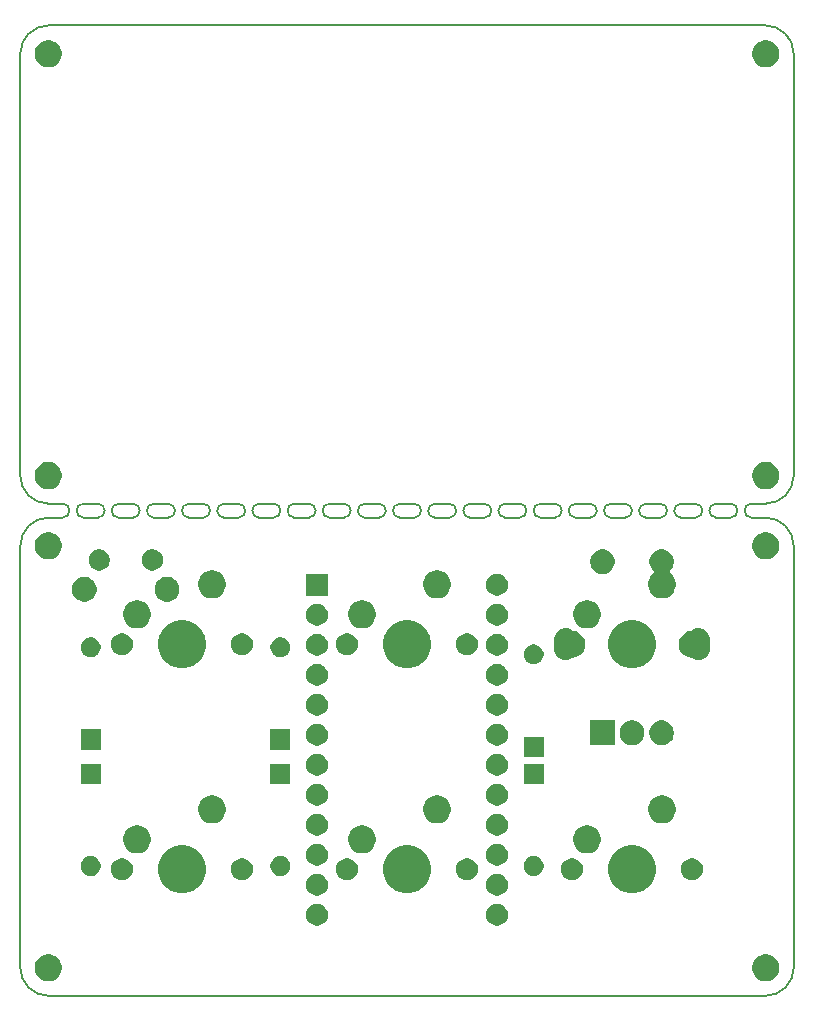
<source format=gbr>
%TF.GenerationSoftware,KiCad,Pcbnew,(5.0.1)-3*%
%TF.CreationDate,2018-12-08T15:20:53+01:00*%
%TF.ProjectId,SamplrPad,53616D706C725061642E6B696361645F,rev?*%
%TF.SameCoordinates,Original*%
%TF.FileFunction,Soldermask,Bot*%
%TF.FilePolarity,Negative*%
%FSLAX46Y46*%
G04 Gerber Fmt 4.6, Leading zero omitted, Abs format (unit mm)*
G04 Created by KiCad (PCBNEW (5.0.1)-3) date 8/12/2018 15:20:53*
%MOMM*%
%LPD*%
G01*
G04 APERTURE LIST*
%ADD10C,0.150000*%
G04 APERTURE END LIST*
D10*
X141089189Y-57745369D02*
X142279815Y-57745369D01*
X141089189Y-56554743D02*
X142279815Y-56554743D01*
X81557889Y-57745369D02*
X82748515Y-57745369D01*
X81557889Y-56554743D02*
X82748515Y-56554743D01*
X138112624Y-56554743D02*
X139303250Y-56554743D01*
X135136059Y-56554743D02*
X136326685Y-56554743D01*
X141089189Y-57745369D02*
G75*
G02X141089189Y-56554743I0J595313D01*
G01*
X139303250Y-56554743D02*
G75*
G02X139303250Y-57745369I0J-595313D01*
G01*
X138112624Y-57745369D02*
X139303250Y-57745369D01*
X138112624Y-57745369D02*
G75*
G02X138112624Y-56554743I0J595313D01*
G01*
X136326685Y-56554743D02*
G75*
G02X136326685Y-57745369I0J-595313D01*
G01*
X132159494Y-56554743D02*
X133350120Y-56554743D01*
X135136059Y-57745369D02*
X136326685Y-57745369D01*
X135136059Y-57745369D02*
G75*
G02X135136059Y-56554743I0J595313D01*
G01*
X133350120Y-56554743D02*
G75*
G02X133350120Y-57745369I0J-595313D01*
G01*
X129182929Y-56554743D02*
X130373555Y-56554743D01*
X132159494Y-57745369D02*
X133350120Y-57745369D01*
X132159494Y-57745369D02*
G75*
G02X132159494Y-56554743I0J595313D01*
G01*
X130373555Y-56554743D02*
G75*
G02X130373555Y-57745369I0J-595313D01*
G01*
X126206364Y-56554743D02*
X127396990Y-56554743D01*
X129182929Y-57745369D02*
X130373555Y-57745369D01*
X129182929Y-57745369D02*
G75*
G02X129182929Y-56554743I0J595313D01*
G01*
X127396990Y-56554743D02*
G75*
G02X127396990Y-57745369I0J-595313D01*
G01*
X123229799Y-56554743D02*
X124420425Y-56554743D01*
X126206364Y-57745369D02*
X127396990Y-57745369D01*
X126206364Y-57745369D02*
G75*
G02X126206364Y-56554743I0J595313D01*
G01*
X124420425Y-56554743D02*
G75*
G02X124420425Y-57745369I0J-595313D01*
G01*
X120253234Y-56554743D02*
X121443860Y-56554743D01*
X123229799Y-57745369D02*
X124420425Y-57745369D01*
X123229799Y-57745369D02*
G75*
G02X123229799Y-56554743I0J595313D01*
G01*
X121443860Y-56554743D02*
G75*
G02X121443860Y-57745369I0J-595313D01*
G01*
X117276669Y-56554743D02*
X118467295Y-56554743D01*
X120253234Y-57745369D02*
X121443860Y-57745369D01*
X120253234Y-57745369D02*
G75*
G02X120253234Y-56554743I0J595313D01*
G01*
X118467295Y-56554743D02*
G75*
G02X118467295Y-57745369I0J-595313D01*
G01*
X114300104Y-56554743D02*
X115490730Y-56554743D01*
X117276669Y-57745369D02*
X118467295Y-57745369D01*
X117276669Y-57745369D02*
G75*
G02X117276669Y-56554743I0J595313D01*
G01*
X115490730Y-56554743D02*
G75*
G02X115490730Y-57745369I0J-595313D01*
G01*
X111323539Y-56554743D02*
X112514165Y-56554743D01*
X114300104Y-57745369D02*
X115490730Y-57745369D01*
X114300104Y-57745369D02*
G75*
G02X114300104Y-56554743I0J595313D01*
G01*
X112514165Y-56554743D02*
G75*
G02X112514165Y-57745369I0J-595313D01*
G01*
X108346974Y-56554743D02*
X109537600Y-56554743D01*
X111323539Y-57745369D02*
X112514165Y-57745369D01*
X111323539Y-57745369D02*
G75*
G02X111323539Y-56554743I0J595313D01*
G01*
X109537600Y-56554743D02*
G75*
G02X109537600Y-57745369I0J-595313D01*
G01*
X105370409Y-56554743D02*
X106561035Y-56554743D01*
X108346974Y-57745369D02*
X109537600Y-57745369D01*
X108346974Y-57745369D02*
G75*
G02X108346974Y-56554743I0J595313D01*
G01*
X106561035Y-56554743D02*
G75*
G02X106561035Y-57745369I0J-595313D01*
G01*
X102393844Y-56554743D02*
X103584470Y-56554743D01*
X105370409Y-57745369D02*
X106561035Y-57745369D01*
X105370409Y-57745369D02*
G75*
G02X105370409Y-56554743I0J595313D01*
G01*
X103584470Y-56554743D02*
G75*
G02X103584470Y-57745369I0J-595313D01*
G01*
X99417279Y-56554743D02*
X100607905Y-56554743D01*
X102393844Y-57745369D02*
X103584470Y-57745369D01*
X102393844Y-57745369D02*
G75*
G02X102393844Y-56554743I0J595313D01*
G01*
X100607905Y-56554743D02*
G75*
G02X100607905Y-57745369I0J-595313D01*
G01*
X96440714Y-56554743D02*
X97631340Y-56554743D01*
X99417279Y-57745369D02*
X100607905Y-57745369D01*
X99417279Y-57745369D02*
G75*
G02X99417279Y-56554743I0J595313D01*
G01*
X97631340Y-56554743D02*
G75*
G02X97631340Y-57745369I0J-595313D01*
G01*
X93464149Y-56554743D02*
X94654775Y-56554743D01*
X96440714Y-57745369D02*
X97631340Y-57745369D01*
X96440714Y-57745369D02*
G75*
G02X96440714Y-56554743I0J595313D01*
G01*
X94654775Y-56554743D02*
G75*
G02X94654775Y-57745369I0J-595313D01*
G01*
X90487584Y-56554743D02*
X91678210Y-56554743D01*
X93464149Y-57745369D02*
X94654775Y-57745369D01*
X93464149Y-57745369D02*
G75*
G02X93464149Y-56554743I0J595313D01*
G01*
X91678210Y-56554743D02*
G75*
G02X91678210Y-57745369I0J-595313D01*
G01*
X87511019Y-56554743D02*
X88701645Y-56554743D01*
X90487584Y-57745369D02*
X91678210Y-57745369D01*
X90487584Y-57745369D02*
G75*
G02X90487584Y-56554743I0J595313D01*
G01*
X88701645Y-56554743D02*
G75*
G02X88701645Y-57745369I0J-595313D01*
G01*
X84534454Y-56554743D02*
X85725080Y-56554743D01*
X87511019Y-57745369D02*
X88701645Y-57745369D01*
X87511019Y-57745369D02*
G75*
G02X87511019Y-56554743I0J595313D01*
G01*
X85725080Y-56554743D02*
G75*
G02X85725080Y-57745369I0J-595313D01*
G01*
X84534454Y-57745369D02*
X85725080Y-57745369D01*
X84534454Y-57745369D02*
G75*
G02X84534454Y-56554743I0J595313D01*
G01*
X82748515Y-56554743D02*
G75*
G02X82748515Y-57745369I0J-595313D01*
G01*
X142279815Y-16073459D02*
G75*
G02X144661067Y-18454711I0J-2381252D01*
G01*
X144661067Y-54173491D02*
G75*
G02X142279815Y-56554743I-2381252J0D01*
G01*
X81557889Y-56554743D02*
G75*
G02X79176637Y-54173491I0J2381252D01*
G01*
X79176637Y-18454711D02*
G75*
G02X81557889Y-16073459I2381252J0D01*
G01*
X144661067Y-18454711D02*
X144661067Y-54173491D01*
X142279815Y-98226653D02*
X81557889Y-98226653D01*
X79176637Y-54173491D02*
X79176637Y-18454711D01*
X79176637Y-60126621D02*
G75*
G02X81557889Y-57745369I2381252J0D01*
G01*
X142279815Y-57745369D02*
G75*
G02X144661067Y-60126621I0J-2381252D01*
G01*
X144661067Y-95845401D02*
G75*
G02X142279815Y-98226653I-2381252J0D01*
G01*
X81557889Y-98226653D02*
G75*
G02X79176637Y-95845401I0J2381252D01*
G01*
X144661067Y-60126621D02*
X144661067Y-95845401D01*
X81557889Y-16073459D02*
X142279815Y-16073459D01*
X79176637Y-95845401D02*
X79176637Y-60126621D01*
G36*
X142615549Y-94738633D02*
X142825017Y-94825397D01*
X143013538Y-94951363D01*
X143173853Y-95111678D01*
X143299819Y-95300199D01*
X143386583Y-95509667D01*
X143430815Y-95732036D01*
X143430815Y-95958766D01*
X143386583Y-96181135D01*
X143299819Y-96390603D01*
X143173853Y-96579124D01*
X143013538Y-96739439D01*
X142825017Y-96865405D01*
X142615549Y-96952169D01*
X142393180Y-96996401D01*
X142166450Y-96996401D01*
X141944081Y-96952169D01*
X141734613Y-96865405D01*
X141546092Y-96739439D01*
X141385777Y-96579124D01*
X141259811Y-96390603D01*
X141173047Y-96181135D01*
X141128815Y-95958766D01*
X141128815Y-95732036D01*
X141173047Y-95509667D01*
X141259811Y-95300199D01*
X141385777Y-95111678D01*
X141546092Y-94951363D01*
X141734613Y-94825397D01*
X141944081Y-94738633D01*
X142166450Y-94694401D01*
X142393180Y-94694401D01*
X142615549Y-94738633D01*
X142615549Y-94738633D01*
G37*
G36*
X81893623Y-94738633D02*
X82103091Y-94825397D01*
X82291612Y-94951363D01*
X82451927Y-95111678D01*
X82577893Y-95300199D01*
X82664657Y-95509667D01*
X82708889Y-95732036D01*
X82708889Y-95958766D01*
X82664657Y-96181135D01*
X82577893Y-96390603D01*
X82451927Y-96579124D01*
X82291612Y-96739439D01*
X82103091Y-96865405D01*
X81893623Y-96952169D01*
X81671254Y-96996401D01*
X81444524Y-96996401D01*
X81222155Y-96952169D01*
X81012687Y-96865405D01*
X80824166Y-96739439D01*
X80663851Y-96579124D01*
X80537885Y-96390603D01*
X80451121Y-96181135D01*
X80406889Y-95958766D01*
X80406889Y-95732036D01*
X80451121Y-95509667D01*
X80537885Y-95300199D01*
X80663851Y-95111678D01*
X80824166Y-94951363D01*
X81012687Y-94825397D01*
X81222155Y-94738633D01*
X81444524Y-94694401D01*
X81671254Y-94694401D01*
X81893623Y-94738633D01*
X81893623Y-94738633D01*
G37*
G36*
X104479751Y-90451215D02*
X104569327Y-90469033D01*
X104738085Y-90538935D01*
X104738086Y-90538936D01*
X104889966Y-90640419D01*
X105019123Y-90769576D01*
X105019125Y-90769579D01*
X105120607Y-90921457D01*
X105190509Y-91090215D01*
X105226144Y-91269367D01*
X105226144Y-91452029D01*
X105190509Y-91631181D01*
X105120607Y-91799939D01*
X105120606Y-91799940D01*
X105019123Y-91951820D01*
X104889966Y-92080977D01*
X104889963Y-92080979D01*
X104738085Y-92182461D01*
X104569327Y-92252363D01*
X104479751Y-92270180D01*
X104390177Y-92287998D01*
X104207511Y-92287998D01*
X104117937Y-92270180D01*
X104028361Y-92252363D01*
X103859603Y-92182461D01*
X103707725Y-92080979D01*
X103707722Y-92080977D01*
X103578565Y-91951820D01*
X103477082Y-91799940D01*
X103477081Y-91799939D01*
X103407179Y-91631181D01*
X103371544Y-91452029D01*
X103371544Y-91269367D01*
X103407179Y-91090215D01*
X103477081Y-90921457D01*
X103578563Y-90769579D01*
X103578565Y-90769576D01*
X103707722Y-90640419D01*
X103859602Y-90538936D01*
X103859603Y-90538935D01*
X104028361Y-90469033D01*
X104117937Y-90451215D01*
X104207511Y-90433398D01*
X104390177Y-90433398D01*
X104479751Y-90451215D01*
X104479751Y-90451215D01*
G37*
G36*
X119719751Y-90451215D02*
X119809327Y-90469033D01*
X119978085Y-90538935D01*
X119978086Y-90538936D01*
X120129966Y-90640419D01*
X120259123Y-90769576D01*
X120259125Y-90769579D01*
X120360607Y-90921457D01*
X120430509Y-91090215D01*
X120466144Y-91269367D01*
X120466144Y-91452029D01*
X120430509Y-91631181D01*
X120360607Y-91799939D01*
X120360606Y-91799940D01*
X120259123Y-91951820D01*
X120129966Y-92080977D01*
X120129963Y-92080979D01*
X119978085Y-92182461D01*
X119809327Y-92252363D01*
X119719751Y-92270180D01*
X119630177Y-92287998D01*
X119447511Y-92287998D01*
X119357937Y-92270180D01*
X119268361Y-92252363D01*
X119099603Y-92182461D01*
X118947725Y-92080979D01*
X118947722Y-92080977D01*
X118818565Y-91951820D01*
X118717082Y-91799940D01*
X118717081Y-91799939D01*
X118647179Y-91631181D01*
X118611544Y-91452029D01*
X118611544Y-91269367D01*
X118647179Y-91090215D01*
X118717081Y-90921457D01*
X118818563Y-90769579D01*
X118818565Y-90769576D01*
X118947722Y-90640419D01*
X119099602Y-90538936D01*
X119099603Y-90538935D01*
X119268361Y-90469033D01*
X119357937Y-90451215D01*
X119447511Y-90433398D01*
X119630177Y-90433398D01*
X119719751Y-90451215D01*
X119719751Y-90451215D01*
G37*
G36*
X119719751Y-87911216D02*
X119809327Y-87929033D01*
X119978085Y-87998935D01*
X120127915Y-88099048D01*
X120129966Y-88100419D01*
X120259123Y-88229576D01*
X120259125Y-88229579D01*
X120360607Y-88381457D01*
X120430509Y-88550215D01*
X120466144Y-88729367D01*
X120466144Y-88912029D01*
X120430509Y-89091181D01*
X120360607Y-89259939D01*
X120318352Y-89323178D01*
X120259123Y-89411820D01*
X120129966Y-89540977D01*
X120129963Y-89540979D01*
X119978085Y-89642461D01*
X119809327Y-89712363D01*
X119719751Y-89730181D01*
X119630177Y-89747998D01*
X119447511Y-89747998D01*
X119357937Y-89730180D01*
X119268361Y-89712363D01*
X119099603Y-89642461D01*
X118947725Y-89540979D01*
X118947722Y-89540977D01*
X118818565Y-89411820D01*
X118759336Y-89323178D01*
X118717081Y-89259939D01*
X118647179Y-89091181D01*
X118611544Y-88912029D01*
X118611544Y-88729367D01*
X118647179Y-88550215D01*
X118717081Y-88381457D01*
X118818563Y-88229579D01*
X118818565Y-88229576D01*
X118947722Y-88100419D01*
X118949773Y-88099048D01*
X119099603Y-87998935D01*
X119268361Y-87929033D01*
X119357937Y-87911216D01*
X119447511Y-87893398D01*
X119630177Y-87893398D01*
X119719751Y-87911216D01*
X119719751Y-87911216D01*
G37*
G36*
X104479751Y-87911216D02*
X104569327Y-87929033D01*
X104738085Y-87998935D01*
X104887915Y-88099048D01*
X104889966Y-88100419D01*
X105019123Y-88229576D01*
X105019125Y-88229579D01*
X105120607Y-88381457D01*
X105190509Y-88550215D01*
X105226144Y-88729367D01*
X105226144Y-88912029D01*
X105190509Y-89091181D01*
X105120607Y-89259939D01*
X105078352Y-89323178D01*
X105019123Y-89411820D01*
X104889966Y-89540977D01*
X104889963Y-89540979D01*
X104738085Y-89642461D01*
X104569327Y-89712363D01*
X104479751Y-89730181D01*
X104390177Y-89747998D01*
X104207511Y-89747998D01*
X104117937Y-89730180D01*
X104028361Y-89712363D01*
X103859603Y-89642461D01*
X103707725Y-89540979D01*
X103707722Y-89540977D01*
X103578565Y-89411820D01*
X103519336Y-89323178D01*
X103477081Y-89259939D01*
X103407179Y-89091181D01*
X103371544Y-88912029D01*
X103371544Y-88729367D01*
X103407179Y-88550215D01*
X103477081Y-88381457D01*
X103578563Y-88229579D01*
X103578565Y-88229576D01*
X103707722Y-88100419D01*
X103709773Y-88099048D01*
X103859603Y-87998935D01*
X104028361Y-87929033D01*
X104117937Y-87911216D01*
X104207511Y-87893398D01*
X104390177Y-87893398D01*
X104479751Y-87911216D01*
X104479751Y-87911216D01*
G37*
G36*
X131565332Y-85544695D02*
X131565334Y-85544696D01*
X131565335Y-85544696D01*
X131937483Y-85698844D01*
X132272408Y-85922634D01*
X132557237Y-86207463D01*
X132781027Y-86542388D01*
X132935175Y-86914536D01*
X132935176Y-86914539D01*
X133013760Y-87309605D01*
X133013760Y-87712417D01*
X132936582Y-88100417D01*
X132935175Y-88107486D01*
X132781027Y-88479634D01*
X132557237Y-88814559D01*
X132272408Y-89099388D01*
X131937483Y-89323178D01*
X131565335Y-89477326D01*
X131565334Y-89477326D01*
X131565332Y-89477327D01*
X131170266Y-89555911D01*
X130767454Y-89555911D01*
X130372388Y-89477327D01*
X130372386Y-89477326D01*
X130372385Y-89477326D01*
X130000237Y-89323178D01*
X129665312Y-89099388D01*
X129380483Y-88814559D01*
X129156693Y-88479634D01*
X129002545Y-88107486D01*
X129001139Y-88100417D01*
X128923960Y-87712417D01*
X128923960Y-87309605D01*
X129002544Y-86914539D01*
X129002545Y-86914536D01*
X129156693Y-86542388D01*
X129380483Y-86207463D01*
X129665312Y-85922634D01*
X130000237Y-85698844D01*
X130372385Y-85544696D01*
X130372386Y-85544696D01*
X130372388Y-85544695D01*
X130767454Y-85466111D01*
X131170266Y-85466111D01*
X131565332Y-85544695D01*
X131565332Y-85544695D01*
G37*
G36*
X112515316Y-85544695D02*
X112515318Y-85544696D01*
X112515319Y-85544696D01*
X112887467Y-85698844D01*
X113222392Y-85922634D01*
X113507221Y-86207463D01*
X113731011Y-86542388D01*
X113885159Y-86914536D01*
X113885160Y-86914539D01*
X113963744Y-87309605D01*
X113963744Y-87712417D01*
X113886566Y-88100417D01*
X113885159Y-88107486D01*
X113731011Y-88479634D01*
X113507221Y-88814559D01*
X113222392Y-89099388D01*
X112887467Y-89323178D01*
X112515319Y-89477326D01*
X112515318Y-89477326D01*
X112515316Y-89477327D01*
X112120250Y-89555911D01*
X111717438Y-89555911D01*
X111322372Y-89477327D01*
X111322370Y-89477326D01*
X111322369Y-89477326D01*
X110950221Y-89323178D01*
X110615296Y-89099388D01*
X110330467Y-88814559D01*
X110106677Y-88479634D01*
X109952529Y-88107486D01*
X109951123Y-88100417D01*
X109873944Y-87712417D01*
X109873944Y-87309605D01*
X109952528Y-86914539D01*
X109952529Y-86914536D01*
X110106677Y-86542388D01*
X110330467Y-86207463D01*
X110615296Y-85922634D01*
X110950221Y-85698844D01*
X111322369Y-85544696D01*
X111322370Y-85544696D01*
X111322372Y-85544695D01*
X111717438Y-85466111D01*
X112120250Y-85466111D01*
X112515316Y-85544695D01*
X112515316Y-85544695D01*
G37*
G36*
X93465300Y-85544695D02*
X93465302Y-85544696D01*
X93465303Y-85544696D01*
X93837451Y-85698844D01*
X94172376Y-85922634D01*
X94457205Y-86207463D01*
X94680995Y-86542388D01*
X94835143Y-86914536D01*
X94835144Y-86914539D01*
X94913728Y-87309605D01*
X94913728Y-87712417D01*
X94836550Y-88100417D01*
X94835143Y-88107486D01*
X94680995Y-88479634D01*
X94457205Y-88814559D01*
X94172376Y-89099388D01*
X93837451Y-89323178D01*
X93465303Y-89477326D01*
X93465302Y-89477326D01*
X93465300Y-89477327D01*
X93070234Y-89555911D01*
X92667422Y-89555911D01*
X92272356Y-89477327D01*
X92272354Y-89477326D01*
X92272353Y-89477326D01*
X91900205Y-89323178D01*
X91565280Y-89099388D01*
X91280451Y-88814559D01*
X91056661Y-88479634D01*
X90902513Y-88107486D01*
X90901107Y-88100417D01*
X90823928Y-87712417D01*
X90823928Y-87309605D01*
X90902512Y-86914539D01*
X90902513Y-86914536D01*
X91056661Y-86542388D01*
X91280451Y-86207463D01*
X91565280Y-85922634D01*
X91900205Y-85698844D01*
X92272353Y-85544696D01*
X92272354Y-85544696D01*
X92272356Y-85544695D01*
X92667422Y-85466111D01*
X93070234Y-85466111D01*
X93465300Y-85544695D01*
X93465300Y-85544695D01*
G37*
G36*
X117268948Y-86620596D02*
X117437470Y-86690400D01*
X117589135Y-86791739D01*
X117718116Y-86920720D01*
X117819455Y-87072385D01*
X117889259Y-87240907D01*
X117924844Y-87419808D01*
X117924844Y-87602214D01*
X117889259Y-87781115D01*
X117819455Y-87949637D01*
X117718116Y-88101302D01*
X117589135Y-88230283D01*
X117437470Y-88331622D01*
X117268948Y-88401426D01*
X117090047Y-88437011D01*
X116907641Y-88437011D01*
X116728740Y-88401426D01*
X116560218Y-88331622D01*
X116408553Y-88230283D01*
X116279572Y-88101302D01*
X116178233Y-87949637D01*
X116108429Y-87781115D01*
X116072844Y-87602214D01*
X116072844Y-87419808D01*
X116108429Y-87240907D01*
X116178233Y-87072385D01*
X116279572Y-86920720D01*
X116408553Y-86791739D01*
X116560218Y-86690400D01*
X116728740Y-86620596D01*
X116907641Y-86585011D01*
X117090047Y-86585011D01*
X117268948Y-86620596D01*
X117268948Y-86620596D01*
G37*
G36*
X98218932Y-86620596D02*
X98387454Y-86690400D01*
X98539119Y-86791739D01*
X98668100Y-86920720D01*
X98769439Y-87072385D01*
X98839243Y-87240907D01*
X98874828Y-87419808D01*
X98874828Y-87602214D01*
X98839243Y-87781115D01*
X98769439Y-87949637D01*
X98668100Y-88101302D01*
X98539119Y-88230283D01*
X98387454Y-88331622D01*
X98218932Y-88401426D01*
X98040031Y-88437011D01*
X97857625Y-88437011D01*
X97678724Y-88401426D01*
X97510202Y-88331622D01*
X97358537Y-88230283D01*
X97229556Y-88101302D01*
X97128217Y-87949637D01*
X97058413Y-87781115D01*
X97022828Y-87602214D01*
X97022828Y-87419808D01*
X97058413Y-87240907D01*
X97128217Y-87072385D01*
X97229556Y-86920720D01*
X97358537Y-86791739D01*
X97510202Y-86690400D01*
X97678724Y-86620596D01*
X97857625Y-86585011D01*
X98040031Y-86585011D01*
X98218932Y-86620596D01*
X98218932Y-86620596D01*
G37*
G36*
X88058932Y-86620596D02*
X88227454Y-86690400D01*
X88379119Y-86791739D01*
X88508100Y-86920720D01*
X88609439Y-87072385D01*
X88679243Y-87240907D01*
X88714828Y-87419808D01*
X88714828Y-87602214D01*
X88679243Y-87781115D01*
X88609439Y-87949637D01*
X88508100Y-88101302D01*
X88379119Y-88230283D01*
X88227454Y-88331622D01*
X88058932Y-88401426D01*
X87880031Y-88437011D01*
X87697625Y-88437011D01*
X87518724Y-88401426D01*
X87350202Y-88331622D01*
X87198537Y-88230283D01*
X87069556Y-88101302D01*
X86968217Y-87949637D01*
X86898413Y-87781115D01*
X86862828Y-87602214D01*
X86862828Y-87419808D01*
X86898413Y-87240907D01*
X86968217Y-87072385D01*
X87069556Y-86920720D01*
X87198537Y-86791739D01*
X87350202Y-86690400D01*
X87518724Y-86620596D01*
X87697625Y-86585011D01*
X87880031Y-86585011D01*
X88058932Y-86620596D01*
X88058932Y-86620596D01*
G37*
G36*
X136318964Y-86620596D02*
X136487486Y-86690400D01*
X136639151Y-86791739D01*
X136768132Y-86920720D01*
X136869471Y-87072385D01*
X136939275Y-87240907D01*
X136974860Y-87419808D01*
X136974860Y-87602214D01*
X136939275Y-87781115D01*
X136869471Y-87949637D01*
X136768132Y-88101302D01*
X136639151Y-88230283D01*
X136487486Y-88331622D01*
X136318964Y-88401426D01*
X136140063Y-88437011D01*
X135957657Y-88437011D01*
X135778756Y-88401426D01*
X135610234Y-88331622D01*
X135458569Y-88230283D01*
X135329588Y-88101302D01*
X135228249Y-87949637D01*
X135158445Y-87781115D01*
X135122860Y-87602214D01*
X135122860Y-87419808D01*
X135158445Y-87240907D01*
X135228249Y-87072385D01*
X135329588Y-86920720D01*
X135458569Y-86791739D01*
X135610234Y-86690400D01*
X135778756Y-86620596D01*
X135957657Y-86585011D01*
X136140063Y-86585011D01*
X136318964Y-86620596D01*
X136318964Y-86620596D01*
G37*
G36*
X126158964Y-86620596D02*
X126327486Y-86690400D01*
X126479151Y-86791739D01*
X126608132Y-86920720D01*
X126709471Y-87072385D01*
X126779275Y-87240907D01*
X126814860Y-87419808D01*
X126814860Y-87602214D01*
X126779275Y-87781115D01*
X126709471Y-87949637D01*
X126608132Y-88101302D01*
X126479151Y-88230283D01*
X126327486Y-88331622D01*
X126158964Y-88401426D01*
X125980063Y-88437011D01*
X125797657Y-88437011D01*
X125618756Y-88401426D01*
X125450234Y-88331622D01*
X125298569Y-88230283D01*
X125169588Y-88101302D01*
X125068249Y-87949637D01*
X124998445Y-87781115D01*
X124962860Y-87602214D01*
X124962860Y-87419808D01*
X124998445Y-87240907D01*
X125068249Y-87072385D01*
X125169588Y-86920720D01*
X125298569Y-86791739D01*
X125450234Y-86690400D01*
X125618756Y-86620596D01*
X125797657Y-86585011D01*
X125980063Y-86585011D01*
X126158964Y-86620596D01*
X126158964Y-86620596D01*
G37*
G36*
X107108948Y-86620596D02*
X107277470Y-86690400D01*
X107429135Y-86791739D01*
X107558116Y-86920720D01*
X107659455Y-87072385D01*
X107729259Y-87240907D01*
X107764844Y-87419808D01*
X107764844Y-87602214D01*
X107729259Y-87781115D01*
X107659455Y-87949637D01*
X107558116Y-88101302D01*
X107429135Y-88230283D01*
X107277470Y-88331622D01*
X107108948Y-88401426D01*
X106930047Y-88437011D01*
X106747641Y-88437011D01*
X106568740Y-88401426D01*
X106400218Y-88331622D01*
X106248553Y-88230283D01*
X106119572Y-88101302D01*
X106018233Y-87949637D01*
X105948429Y-87781115D01*
X105912844Y-87602214D01*
X105912844Y-87419808D01*
X105948429Y-87240907D01*
X106018233Y-87072385D01*
X106119572Y-86920720D01*
X106248553Y-86791739D01*
X106400218Y-86690400D01*
X106568740Y-86620596D01*
X106747641Y-86585011D01*
X106930047Y-86585011D01*
X107108948Y-86620596D01*
X107108948Y-86620596D01*
G37*
G36*
X85377995Y-86425531D02*
X85532867Y-86489681D01*
X85672248Y-86582813D01*
X85790782Y-86701347D01*
X85883914Y-86840728D01*
X85948064Y-86995600D01*
X85980767Y-87160012D01*
X85980767Y-87327644D01*
X85948064Y-87492056D01*
X85883914Y-87646928D01*
X85790782Y-87786309D01*
X85672248Y-87904843D01*
X85532867Y-87997975D01*
X85377995Y-88062125D01*
X85213583Y-88094828D01*
X85045951Y-88094828D01*
X84881539Y-88062125D01*
X84726667Y-87997975D01*
X84587286Y-87904843D01*
X84468752Y-87786309D01*
X84375620Y-87646928D01*
X84311470Y-87492056D01*
X84278767Y-87327644D01*
X84278767Y-87160012D01*
X84311470Y-86995600D01*
X84375620Y-86840728D01*
X84468752Y-86701347D01*
X84587286Y-86582813D01*
X84726667Y-86489681D01*
X84881539Y-86425531D01*
X85045951Y-86392828D01*
X85213583Y-86392828D01*
X85377995Y-86425531D01*
X85377995Y-86425531D01*
G37*
G36*
X101451446Y-86425531D02*
X101606318Y-86489681D01*
X101745699Y-86582813D01*
X101864233Y-86701347D01*
X101957365Y-86840728D01*
X102021515Y-86995600D01*
X102054218Y-87160012D01*
X102054218Y-87327644D01*
X102021515Y-87492056D01*
X101957365Y-87646928D01*
X101864233Y-87786309D01*
X101745699Y-87904843D01*
X101606318Y-87997975D01*
X101451446Y-88062125D01*
X101287034Y-88094828D01*
X101119402Y-88094828D01*
X100954990Y-88062125D01*
X100800118Y-87997975D01*
X100660737Y-87904843D01*
X100542203Y-87786309D01*
X100449071Y-87646928D01*
X100384921Y-87492056D01*
X100352218Y-87327644D01*
X100352218Y-87160012D01*
X100384921Y-86995600D01*
X100449071Y-86840728D01*
X100542203Y-86701347D01*
X100660737Y-86582813D01*
X100800118Y-86489681D01*
X100954990Y-86425531D01*
X101119402Y-86392828D01*
X101287034Y-86392828D01*
X101451446Y-86425531D01*
X101451446Y-86425531D01*
G37*
G36*
X122882714Y-86425531D02*
X123037586Y-86489681D01*
X123176967Y-86582813D01*
X123295501Y-86701347D01*
X123388633Y-86840728D01*
X123452783Y-86995600D01*
X123485486Y-87160012D01*
X123485486Y-87327644D01*
X123452783Y-87492056D01*
X123388633Y-87646928D01*
X123295501Y-87786309D01*
X123176967Y-87904843D01*
X123037586Y-87997975D01*
X122882714Y-88062125D01*
X122718302Y-88094828D01*
X122550670Y-88094828D01*
X122386258Y-88062125D01*
X122231386Y-87997975D01*
X122092005Y-87904843D01*
X121973471Y-87786309D01*
X121880339Y-87646928D01*
X121816189Y-87492056D01*
X121783486Y-87327644D01*
X121783486Y-87160012D01*
X121816189Y-86995600D01*
X121880339Y-86840728D01*
X121973471Y-86701347D01*
X122092005Y-86582813D01*
X122231386Y-86489681D01*
X122386258Y-86425531D01*
X122550670Y-86392828D01*
X122718302Y-86392828D01*
X122882714Y-86425531D01*
X122882714Y-86425531D01*
G37*
G36*
X119719751Y-85371215D02*
X119809327Y-85389033D01*
X119978085Y-85458935D01*
X120106433Y-85544695D01*
X120129966Y-85560419D01*
X120259123Y-85689576D01*
X120259125Y-85689579D01*
X120360607Y-85841457D01*
X120430509Y-86010215D01*
X120466144Y-86189367D01*
X120466144Y-86372029D01*
X120430509Y-86551181D01*
X120360607Y-86719939D01*
X120279898Y-86840728D01*
X120259123Y-86871820D01*
X120129966Y-87000977D01*
X120129963Y-87000979D01*
X119978085Y-87102461D01*
X119809327Y-87172363D01*
X119719751Y-87190181D01*
X119630177Y-87207998D01*
X119447511Y-87207998D01*
X119357937Y-87190181D01*
X119268361Y-87172363D01*
X119099603Y-87102461D01*
X118947725Y-87000979D01*
X118947722Y-87000977D01*
X118818565Y-86871820D01*
X118797790Y-86840728D01*
X118717081Y-86719939D01*
X118647179Y-86551181D01*
X118611544Y-86372029D01*
X118611544Y-86189367D01*
X118647179Y-86010215D01*
X118717081Y-85841457D01*
X118818563Y-85689579D01*
X118818565Y-85689576D01*
X118947722Y-85560419D01*
X118971255Y-85544695D01*
X119099603Y-85458935D01*
X119268361Y-85389033D01*
X119357937Y-85371216D01*
X119447511Y-85353398D01*
X119630177Y-85353398D01*
X119719751Y-85371215D01*
X119719751Y-85371215D01*
G37*
G36*
X104479751Y-85371215D02*
X104569327Y-85389033D01*
X104738085Y-85458935D01*
X104866433Y-85544695D01*
X104889966Y-85560419D01*
X105019123Y-85689576D01*
X105019125Y-85689579D01*
X105120607Y-85841457D01*
X105190509Y-86010215D01*
X105226144Y-86189367D01*
X105226144Y-86372029D01*
X105190509Y-86551181D01*
X105120607Y-86719939D01*
X105039898Y-86840728D01*
X105019123Y-86871820D01*
X104889966Y-87000977D01*
X104889963Y-87000979D01*
X104738085Y-87102461D01*
X104569327Y-87172363D01*
X104479751Y-87190181D01*
X104390177Y-87207998D01*
X104207511Y-87207998D01*
X104117937Y-87190181D01*
X104028361Y-87172363D01*
X103859603Y-87102461D01*
X103707725Y-87000979D01*
X103707722Y-87000977D01*
X103578565Y-86871820D01*
X103557790Y-86840728D01*
X103477081Y-86719939D01*
X103407179Y-86551181D01*
X103371544Y-86372029D01*
X103371544Y-86189367D01*
X103407179Y-86010215D01*
X103477081Y-85841457D01*
X103578563Y-85689579D01*
X103578565Y-85689576D01*
X103707722Y-85560419D01*
X103731255Y-85544695D01*
X103859603Y-85458935D01*
X104028361Y-85389033D01*
X104117937Y-85371215D01*
X104207511Y-85353398D01*
X104390177Y-85353398D01*
X104479751Y-85371215D01*
X104479751Y-85371215D01*
G37*
G36*
X89288255Y-83817608D02*
X89401855Y-83840204D01*
X89615873Y-83928853D01*
X89739082Y-84011179D01*
X89808487Y-84057554D01*
X89972285Y-84221352D01*
X89972287Y-84221355D01*
X90100986Y-84413966D01*
X90189635Y-84627984D01*
X90234828Y-84855185D01*
X90234828Y-85086837D01*
X90189635Y-85314038D01*
X90100986Y-85528056D01*
X89993061Y-85689576D01*
X89972285Y-85720670D01*
X89808487Y-85884468D01*
X89808484Y-85884470D01*
X89615873Y-86013169D01*
X89401855Y-86101818D01*
X89288254Y-86124415D01*
X89174655Y-86147011D01*
X88943001Y-86147011D01*
X88829402Y-86124415D01*
X88715801Y-86101818D01*
X88501783Y-86013169D01*
X88309172Y-85884470D01*
X88309169Y-85884468D01*
X88145371Y-85720670D01*
X88124595Y-85689576D01*
X88016670Y-85528056D01*
X87928021Y-85314038D01*
X87882828Y-85086837D01*
X87882828Y-84855185D01*
X87928021Y-84627984D01*
X88016670Y-84413966D01*
X88145369Y-84221355D01*
X88145371Y-84221352D01*
X88309169Y-84057554D01*
X88378574Y-84011179D01*
X88501783Y-83928853D01*
X88715801Y-83840204D01*
X88829401Y-83817608D01*
X88943001Y-83795011D01*
X89174655Y-83795011D01*
X89288255Y-83817608D01*
X89288255Y-83817608D01*
G37*
G36*
X127388287Y-83817608D02*
X127501887Y-83840204D01*
X127715905Y-83928853D01*
X127839114Y-84011179D01*
X127908519Y-84057554D01*
X128072317Y-84221352D01*
X128072319Y-84221355D01*
X128201018Y-84413966D01*
X128289667Y-84627984D01*
X128334860Y-84855185D01*
X128334860Y-85086837D01*
X128289667Y-85314038D01*
X128201018Y-85528056D01*
X128093093Y-85689576D01*
X128072317Y-85720670D01*
X127908519Y-85884468D01*
X127908516Y-85884470D01*
X127715905Y-86013169D01*
X127501887Y-86101818D01*
X127388286Y-86124415D01*
X127274687Y-86147011D01*
X127043033Y-86147011D01*
X126929434Y-86124415D01*
X126815833Y-86101818D01*
X126601815Y-86013169D01*
X126409204Y-85884470D01*
X126409201Y-85884468D01*
X126245403Y-85720670D01*
X126224627Y-85689576D01*
X126116702Y-85528056D01*
X126028053Y-85314038D01*
X125982860Y-85086837D01*
X125982860Y-84855185D01*
X126028053Y-84627984D01*
X126116702Y-84413966D01*
X126245401Y-84221355D01*
X126245403Y-84221352D01*
X126409201Y-84057554D01*
X126478606Y-84011179D01*
X126601815Y-83928853D01*
X126815833Y-83840204D01*
X126929433Y-83817608D01*
X127043033Y-83795011D01*
X127274687Y-83795011D01*
X127388287Y-83817608D01*
X127388287Y-83817608D01*
G37*
G36*
X108338271Y-83817608D02*
X108451871Y-83840204D01*
X108665889Y-83928853D01*
X108789098Y-84011179D01*
X108858503Y-84057554D01*
X109022301Y-84221352D01*
X109022303Y-84221355D01*
X109151002Y-84413966D01*
X109239651Y-84627984D01*
X109284844Y-84855185D01*
X109284844Y-85086837D01*
X109239651Y-85314038D01*
X109151002Y-85528056D01*
X109043077Y-85689576D01*
X109022301Y-85720670D01*
X108858503Y-85884468D01*
X108858500Y-85884470D01*
X108665889Y-86013169D01*
X108451871Y-86101818D01*
X108338270Y-86124415D01*
X108224671Y-86147011D01*
X107993017Y-86147011D01*
X107879418Y-86124415D01*
X107765817Y-86101818D01*
X107551799Y-86013169D01*
X107359188Y-85884470D01*
X107359185Y-85884468D01*
X107195387Y-85720670D01*
X107174611Y-85689576D01*
X107066686Y-85528056D01*
X106978037Y-85314038D01*
X106932844Y-85086837D01*
X106932844Y-84855185D01*
X106978037Y-84627984D01*
X107066686Y-84413966D01*
X107195385Y-84221355D01*
X107195387Y-84221352D01*
X107359185Y-84057554D01*
X107428590Y-84011179D01*
X107551799Y-83928853D01*
X107765817Y-83840204D01*
X107879417Y-83817608D01*
X107993017Y-83795011D01*
X108224671Y-83795011D01*
X108338271Y-83817608D01*
X108338271Y-83817608D01*
G37*
G36*
X104479751Y-82831216D02*
X104569327Y-82849033D01*
X104738085Y-82918935D01*
X104887915Y-83019048D01*
X104889966Y-83020419D01*
X105019123Y-83149576D01*
X105019125Y-83149579D01*
X105120607Y-83301457D01*
X105190509Y-83470215D01*
X105226144Y-83649367D01*
X105226144Y-83832029D01*
X105190509Y-84011181D01*
X105120607Y-84179939D01*
X105020494Y-84329769D01*
X105019123Y-84331820D01*
X104889966Y-84460977D01*
X104889963Y-84460979D01*
X104738085Y-84562461D01*
X104569327Y-84632363D01*
X104479751Y-84650180D01*
X104390177Y-84667998D01*
X104207511Y-84667998D01*
X104117937Y-84650180D01*
X104028361Y-84632363D01*
X103859603Y-84562461D01*
X103707725Y-84460979D01*
X103707722Y-84460977D01*
X103578565Y-84331820D01*
X103577194Y-84329769D01*
X103477081Y-84179939D01*
X103407179Y-84011181D01*
X103371544Y-83832029D01*
X103371544Y-83649367D01*
X103407179Y-83470215D01*
X103477081Y-83301457D01*
X103578563Y-83149579D01*
X103578565Y-83149576D01*
X103707722Y-83020419D01*
X103709773Y-83019048D01*
X103859603Y-82918935D01*
X104028361Y-82849033D01*
X104117937Y-82831216D01*
X104207511Y-82813398D01*
X104390177Y-82813398D01*
X104479751Y-82831216D01*
X104479751Y-82831216D01*
G37*
G36*
X119719751Y-82831216D02*
X119809327Y-82849033D01*
X119978085Y-82918935D01*
X120127915Y-83019048D01*
X120129966Y-83020419D01*
X120259123Y-83149576D01*
X120259125Y-83149579D01*
X120360607Y-83301457D01*
X120430509Y-83470215D01*
X120466144Y-83649367D01*
X120466144Y-83832029D01*
X120430509Y-84011181D01*
X120360607Y-84179939D01*
X120260494Y-84329769D01*
X120259123Y-84331820D01*
X120129966Y-84460977D01*
X120129963Y-84460979D01*
X119978085Y-84562461D01*
X119809327Y-84632363D01*
X119719751Y-84650180D01*
X119630177Y-84667998D01*
X119447511Y-84667998D01*
X119357937Y-84650180D01*
X119268361Y-84632363D01*
X119099603Y-84562461D01*
X118947725Y-84460979D01*
X118947722Y-84460977D01*
X118818565Y-84331820D01*
X118817194Y-84329769D01*
X118717081Y-84179939D01*
X118647179Y-84011181D01*
X118611544Y-83832029D01*
X118611544Y-83649367D01*
X118647179Y-83470215D01*
X118717081Y-83301457D01*
X118818563Y-83149579D01*
X118818565Y-83149576D01*
X118947722Y-83020419D01*
X118949773Y-83019048D01*
X119099603Y-82918935D01*
X119268361Y-82849033D01*
X119357937Y-82831216D01*
X119447511Y-82813398D01*
X119630177Y-82813398D01*
X119719751Y-82831216D01*
X119719751Y-82831216D01*
G37*
G36*
X95638255Y-81277608D02*
X95751855Y-81300204D01*
X95965873Y-81388853D01*
X96089082Y-81471179D01*
X96158487Y-81517554D01*
X96322285Y-81681352D01*
X96322287Y-81681355D01*
X96450986Y-81873966D01*
X96539635Y-82087984D01*
X96584828Y-82315185D01*
X96584828Y-82546837D01*
X96539635Y-82774038D01*
X96450986Y-82988056D01*
X96343061Y-83149576D01*
X96322285Y-83180670D01*
X96158487Y-83344468D01*
X96158484Y-83344470D01*
X95965873Y-83473169D01*
X95751855Y-83561818D01*
X95638254Y-83584415D01*
X95524655Y-83607011D01*
X95293001Y-83607011D01*
X95179402Y-83584415D01*
X95065801Y-83561818D01*
X94851783Y-83473169D01*
X94659172Y-83344470D01*
X94659169Y-83344468D01*
X94495371Y-83180670D01*
X94474595Y-83149576D01*
X94366670Y-82988056D01*
X94278021Y-82774038D01*
X94232828Y-82546837D01*
X94232828Y-82315185D01*
X94278021Y-82087984D01*
X94366670Y-81873966D01*
X94495369Y-81681355D01*
X94495371Y-81681352D01*
X94659169Y-81517554D01*
X94728574Y-81471179D01*
X94851783Y-81388853D01*
X95065801Y-81300204D01*
X95179401Y-81277608D01*
X95293001Y-81255011D01*
X95524655Y-81255011D01*
X95638255Y-81277608D01*
X95638255Y-81277608D01*
G37*
G36*
X133738287Y-81277608D02*
X133851887Y-81300204D01*
X134065905Y-81388853D01*
X134189114Y-81471179D01*
X134258519Y-81517554D01*
X134422317Y-81681352D01*
X134422319Y-81681355D01*
X134551018Y-81873966D01*
X134639667Y-82087984D01*
X134684860Y-82315185D01*
X134684860Y-82546837D01*
X134639667Y-82774038D01*
X134551018Y-82988056D01*
X134443093Y-83149576D01*
X134422317Y-83180670D01*
X134258519Y-83344468D01*
X134258516Y-83344470D01*
X134065905Y-83473169D01*
X133851887Y-83561818D01*
X133738287Y-83584414D01*
X133624687Y-83607011D01*
X133393033Y-83607011D01*
X133279434Y-83584415D01*
X133165833Y-83561818D01*
X132951815Y-83473169D01*
X132759204Y-83344470D01*
X132759201Y-83344468D01*
X132595403Y-83180670D01*
X132574627Y-83149576D01*
X132466702Y-82988056D01*
X132378053Y-82774038D01*
X132332860Y-82546837D01*
X132332860Y-82315185D01*
X132378053Y-82087984D01*
X132466702Y-81873966D01*
X132595401Y-81681355D01*
X132595403Y-81681352D01*
X132759201Y-81517554D01*
X132828606Y-81471179D01*
X132951815Y-81388853D01*
X133165833Y-81300204D01*
X133279433Y-81277608D01*
X133393033Y-81255011D01*
X133624687Y-81255011D01*
X133738287Y-81277608D01*
X133738287Y-81277608D01*
G37*
G36*
X114688271Y-81277608D02*
X114801871Y-81300204D01*
X115015889Y-81388853D01*
X115139098Y-81471179D01*
X115208503Y-81517554D01*
X115372301Y-81681352D01*
X115372303Y-81681355D01*
X115501002Y-81873966D01*
X115589651Y-82087984D01*
X115634844Y-82315185D01*
X115634844Y-82546837D01*
X115589651Y-82774038D01*
X115501002Y-82988056D01*
X115393077Y-83149576D01*
X115372301Y-83180670D01*
X115208503Y-83344468D01*
X115208500Y-83344470D01*
X115015889Y-83473169D01*
X114801871Y-83561818D01*
X114688270Y-83584415D01*
X114574671Y-83607011D01*
X114343017Y-83607011D01*
X114229418Y-83584415D01*
X114115817Y-83561818D01*
X113901799Y-83473169D01*
X113709188Y-83344470D01*
X113709185Y-83344468D01*
X113545387Y-83180670D01*
X113524611Y-83149576D01*
X113416686Y-82988056D01*
X113328037Y-82774038D01*
X113282844Y-82546837D01*
X113282844Y-82315185D01*
X113328037Y-82087984D01*
X113416686Y-81873966D01*
X113545385Y-81681355D01*
X113545387Y-81681352D01*
X113709185Y-81517554D01*
X113778590Y-81471179D01*
X113901799Y-81388853D01*
X114115817Y-81300204D01*
X114229417Y-81277608D01*
X114343017Y-81255011D01*
X114574671Y-81255011D01*
X114688271Y-81277608D01*
X114688271Y-81277608D01*
G37*
G36*
X119719751Y-80291216D02*
X119809327Y-80309033D01*
X119978085Y-80378935D01*
X119978086Y-80378936D01*
X120129966Y-80480419D01*
X120259123Y-80609576D01*
X120259125Y-80609579D01*
X120360607Y-80761457D01*
X120430509Y-80930215D01*
X120466144Y-81109367D01*
X120466144Y-81292029D01*
X120430509Y-81471181D01*
X120360607Y-81639939D01*
X120260494Y-81789769D01*
X120259123Y-81791820D01*
X120129966Y-81920977D01*
X120129963Y-81920979D01*
X119978085Y-82022461D01*
X119809327Y-82092363D01*
X119719751Y-82110180D01*
X119630177Y-82127998D01*
X119447511Y-82127998D01*
X119357937Y-82110180D01*
X119268361Y-82092363D01*
X119099603Y-82022461D01*
X118947725Y-81920979D01*
X118947722Y-81920977D01*
X118818565Y-81791820D01*
X118817194Y-81789769D01*
X118717081Y-81639939D01*
X118647179Y-81471181D01*
X118611544Y-81292029D01*
X118611544Y-81109367D01*
X118647179Y-80930215D01*
X118717081Y-80761457D01*
X118818563Y-80609579D01*
X118818565Y-80609576D01*
X118947722Y-80480419D01*
X119099602Y-80378936D01*
X119099603Y-80378935D01*
X119268361Y-80309033D01*
X119357937Y-80291216D01*
X119447511Y-80273398D01*
X119630177Y-80273398D01*
X119719751Y-80291216D01*
X119719751Y-80291216D01*
G37*
G36*
X104479751Y-80291216D02*
X104569327Y-80309033D01*
X104738085Y-80378935D01*
X104738086Y-80378936D01*
X104889966Y-80480419D01*
X105019123Y-80609576D01*
X105019125Y-80609579D01*
X105120607Y-80761457D01*
X105190509Y-80930215D01*
X105226144Y-81109367D01*
X105226144Y-81292029D01*
X105190509Y-81471181D01*
X105120607Y-81639939D01*
X105020494Y-81789769D01*
X105019123Y-81791820D01*
X104889966Y-81920977D01*
X104889963Y-81920979D01*
X104738085Y-82022461D01*
X104569327Y-82092363D01*
X104479751Y-82110180D01*
X104390177Y-82127998D01*
X104207511Y-82127998D01*
X104117937Y-82110180D01*
X104028361Y-82092363D01*
X103859603Y-82022461D01*
X103707725Y-81920979D01*
X103707722Y-81920977D01*
X103578565Y-81791820D01*
X103577194Y-81789769D01*
X103477081Y-81639939D01*
X103407179Y-81471181D01*
X103371544Y-81292029D01*
X103371544Y-81109367D01*
X103407179Y-80930215D01*
X103477081Y-80761457D01*
X103578563Y-80609579D01*
X103578565Y-80609576D01*
X103707722Y-80480419D01*
X103859602Y-80378936D01*
X103859603Y-80378935D01*
X104028361Y-80309033D01*
X104117937Y-80291216D01*
X104207511Y-80273398D01*
X104390177Y-80273398D01*
X104479751Y-80291216D01*
X104479751Y-80291216D01*
G37*
G36*
X102054218Y-80294828D02*
X100352218Y-80294828D01*
X100352218Y-78592828D01*
X102054218Y-78592828D01*
X102054218Y-80294828D01*
X102054218Y-80294828D01*
G37*
G36*
X85980767Y-80294828D02*
X84278767Y-80294828D01*
X84278767Y-78592828D01*
X85980767Y-78592828D01*
X85980767Y-80294828D01*
X85980767Y-80294828D01*
G37*
G36*
X123485486Y-80294828D02*
X121783486Y-80294828D01*
X121783486Y-78592828D01*
X123485486Y-78592828D01*
X123485486Y-80294828D01*
X123485486Y-80294828D01*
G37*
G36*
X104479751Y-77751216D02*
X104569327Y-77769033D01*
X104738085Y-77838935D01*
X104738086Y-77838936D01*
X104889966Y-77940419D01*
X105019123Y-78069576D01*
X105019125Y-78069579D01*
X105120607Y-78221457D01*
X105190509Y-78390215D01*
X105226144Y-78569367D01*
X105226144Y-78752029D01*
X105190509Y-78931181D01*
X105120607Y-79099939D01*
X105120606Y-79099940D01*
X105019123Y-79251820D01*
X104889966Y-79380977D01*
X104889963Y-79380979D01*
X104738085Y-79482461D01*
X104569327Y-79552363D01*
X104479751Y-79570181D01*
X104390177Y-79587998D01*
X104207511Y-79587998D01*
X104117937Y-79570181D01*
X104028361Y-79552363D01*
X103859603Y-79482461D01*
X103707725Y-79380979D01*
X103707722Y-79380977D01*
X103578565Y-79251820D01*
X103477082Y-79099940D01*
X103477081Y-79099939D01*
X103407179Y-78931181D01*
X103371544Y-78752029D01*
X103371544Y-78569367D01*
X103407179Y-78390215D01*
X103477081Y-78221457D01*
X103578563Y-78069579D01*
X103578565Y-78069576D01*
X103707722Y-77940419D01*
X103859602Y-77838936D01*
X103859603Y-77838935D01*
X104028361Y-77769033D01*
X104117937Y-77751216D01*
X104207511Y-77733398D01*
X104390177Y-77733398D01*
X104479751Y-77751216D01*
X104479751Y-77751216D01*
G37*
G36*
X119719751Y-77751216D02*
X119809327Y-77769033D01*
X119978085Y-77838935D01*
X119978086Y-77838936D01*
X120129966Y-77940419D01*
X120259123Y-78069576D01*
X120259125Y-78069579D01*
X120360607Y-78221457D01*
X120430509Y-78390215D01*
X120466144Y-78569367D01*
X120466144Y-78752029D01*
X120430509Y-78931181D01*
X120360607Y-79099939D01*
X120360606Y-79099940D01*
X120259123Y-79251820D01*
X120129966Y-79380977D01*
X120129963Y-79380979D01*
X119978085Y-79482461D01*
X119809327Y-79552363D01*
X119719751Y-79570181D01*
X119630177Y-79587998D01*
X119447511Y-79587998D01*
X119357937Y-79570181D01*
X119268361Y-79552363D01*
X119099603Y-79482461D01*
X118947725Y-79380979D01*
X118947722Y-79380977D01*
X118818565Y-79251820D01*
X118717082Y-79099940D01*
X118717081Y-79099939D01*
X118647179Y-78931181D01*
X118611544Y-78752029D01*
X118611544Y-78569367D01*
X118647179Y-78390215D01*
X118717081Y-78221457D01*
X118818563Y-78069579D01*
X118818565Y-78069576D01*
X118947722Y-77940419D01*
X119099602Y-77838936D01*
X119099603Y-77838935D01*
X119268361Y-77769033D01*
X119357937Y-77751216D01*
X119447511Y-77733398D01*
X119630177Y-77733398D01*
X119719751Y-77751216D01*
X119719751Y-77751216D01*
G37*
G36*
X123485486Y-77974507D02*
X121783486Y-77974507D01*
X121783486Y-76272507D01*
X123485486Y-76272507D01*
X123485486Y-77974507D01*
X123485486Y-77974507D01*
G37*
G36*
X102054218Y-77379194D02*
X100352218Y-77379194D01*
X100352218Y-75677194D01*
X102054218Y-75677194D01*
X102054218Y-77379194D01*
X102054218Y-77379194D01*
G37*
G36*
X85980767Y-77379194D02*
X84278767Y-77379194D01*
X84278767Y-75677194D01*
X85980767Y-75677194D01*
X85980767Y-77379194D01*
X85980767Y-77379194D01*
G37*
G36*
X119719751Y-75211215D02*
X119809327Y-75229033D01*
X119978085Y-75298935D01*
X119978086Y-75298936D01*
X120129966Y-75400419D01*
X120259123Y-75529576D01*
X120259125Y-75529579D01*
X120360607Y-75681457D01*
X120430509Y-75850215D01*
X120466144Y-76029367D01*
X120466144Y-76212029D01*
X120430509Y-76391181D01*
X120360607Y-76559939D01*
X120360606Y-76559940D01*
X120259123Y-76711820D01*
X120129966Y-76840977D01*
X120129963Y-76840979D01*
X119978085Y-76942461D01*
X119809327Y-77012363D01*
X119719751Y-77030181D01*
X119630177Y-77047998D01*
X119447511Y-77047998D01*
X119357937Y-77030181D01*
X119268361Y-77012363D01*
X119099603Y-76942461D01*
X118947725Y-76840979D01*
X118947722Y-76840977D01*
X118818565Y-76711820D01*
X118717082Y-76559940D01*
X118717081Y-76559939D01*
X118647179Y-76391181D01*
X118611544Y-76212029D01*
X118611544Y-76029367D01*
X118647179Y-75850215D01*
X118717081Y-75681457D01*
X118818563Y-75529579D01*
X118818565Y-75529576D01*
X118947722Y-75400419D01*
X119099602Y-75298936D01*
X119099603Y-75298935D01*
X119268361Y-75229033D01*
X119357937Y-75211215D01*
X119447511Y-75193398D01*
X119630177Y-75193398D01*
X119719751Y-75211215D01*
X119719751Y-75211215D01*
G37*
G36*
X104479751Y-75211215D02*
X104569327Y-75229033D01*
X104738085Y-75298935D01*
X104738086Y-75298936D01*
X104889966Y-75400419D01*
X105019123Y-75529576D01*
X105019125Y-75529579D01*
X105120607Y-75681457D01*
X105190509Y-75850215D01*
X105226144Y-76029367D01*
X105226144Y-76212029D01*
X105190509Y-76391181D01*
X105120607Y-76559939D01*
X105120606Y-76559940D01*
X105019123Y-76711820D01*
X104889966Y-76840977D01*
X104889963Y-76840979D01*
X104738085Y-76942461D01*
X104569327Y-77012363D01*
X104479751Y-77030181D01*
X104390177Y-77047998D01*
X104207511Y-77047998D01*
X104117937Y-77030181D01*
X104028361Y-77012363D01*
X103859603Y-76942461D01*
X103707725Y-76840979D01*
X103707722Y-76840977D01*
X103578565Y-76711820D01*
X103477082Y-76559940D01*
X103477081Y-76559939D01*
X103407179Y-76391181D01*
X103371544Y-76212029D01*
X103371544Y-76029367D01*
X103407179Y-75850215D01*
X103477081Y-75681457D01*
X103578563Y-75529579D01*
X103578565Y-75529576D01*
X103707722Y-75400419D01*
X103859602Y-75298936D01*
X103859603Y-75298935D01*
X104028361Y-75229033D01*
X104117937Y-75211215D01*
X104207511Y-75193398D01*
X104390177Y-75193398D01*
X104479751Y-75211215D01*
X104479751Y-75211215D01*
G37*
G36*
X129519868Y-77012003D02*
X127417868Y-77012003D01*
X127417868Y-74910003D01*
X129519868Y-74910003D01*
X129519868Y-77012003D01*
X129519868Y-77012003D01*
G37*
G36*
X131275433Y-74950392D02*
X131466702Y-75029618D01*
X131638844Y-75144640D01*
X131785231Y-75291027D01*
X131900253Y-75463169D01*
X131979479Y-75654438D01*
X132019868Y-75857487D01*
X132019868Y-76064519D01*
X131979479Y-76267568D01*
X131900253Y-76458837D01*
X131785231Y-76630979D01*
X131638844Y-76777366D01*
X131466702Y-76892388D01*
X131275433Y-76971614D01*
X131072384Y-77012003D01*
X130865352Y-77012003D01*
X130662303Y-76971614D01*
X130471034Y-76892388D01*
X130298892Y-76777366D01*
X130152505Y-76630979D01*
X130037483Y-76458837D01*
X129958257Y-76267568D01*
X129917868Y-76064519D01*
X129917868Y-75857487D01*
X129958257Y-75654438D01*
X130037483Y-75463169D01*
X130152505Y-75291027D01*
X130298892Y-75144640D01*
X130471034Y-75029618D01*
X130662303Y-74950392D01*
X130865352Y-74910003D01*
X131072384Y-74910003D01*
X131275433Y-74950392D01*
X131275433Y-74950392D01*
G37*
G36*
X133775433Y-74950392D02*
X133966702Y-75029618D01*
X134138844Y-75144640D01*
X134285231Y-75291027D01*
X134400253Y-75463169D01*
X134479479Y-75654438D01*
X134519868Y-75857487D01*
X134519868Y-76064519D01*
X134479479Y-76267568D01*
X134400253Y-76458837D01*
X134285231Y-76630979D01*
X134138844Y-76777366D01*
X133966702Y-76892388D01*
X133775433Y-76971614D01*
X133572384Y-77012003D01*
X133365352Y-77012003D01*
X133162303Y-76971614D01*
X132971034Y-76892388D01*
X132798892Y-76777366D01*
X132652505Y-76630979D01*
X132537483Y-76458837D01*
X132458257Y-76267568D01*
X132417868Y-76064519D01*
X132417868Y-75857487D01*
X132458257Y-75654438D01*
X132537483Y-75463169D01*
X132652505Y-75291027D01*
X132798892Y-75144640D01*
X132971034Y-75029618D01*
X133162303Y-74950392D01*
X133365352Y-74910003D01*
X133572384Y-74910003D01*
X133775433Y-74950392D01*
X133775433Y-74950392D01*
G37*
G36*
X119719751Y-72671215D02*
X119809327Y-72689033D01*
X119978085Y-72758935D01*
X119978086Y-72758936D01*
X120129966Y-72860419D01*
X120259123Y-72989576D01*
X120259125Y-72989579D01*
X120360607Y-73141457D01*
X120430509Y-73310215D01*
X120466144Y-73489367D01*
X120466144Y-73672029D01*
X120430509Y-73851181D01*
X120360607Y-74019939D01*
X120360606Y-74019940D01*
X120259123Y-74171820D01*
X120129966Y-74300977D01*
X120129963Y-74300979D01*
X119978085Y-74402461D01*
X119809327Y-74472363D01*
X119719751Y-74490181D01*
X119630177Y-74507998D01*
X119447511Y-74507998D01*
X119357937Y-74490181D01*
X119268361Y-74472363D01*
X119099603Y-74402461D01*
X118947725Y-74300979D01*
X118947722Y-74300977D01*
X118818565Y-74171820D01*
X118717082Y-74019940D01*
X118717081Y-74019939D01*
X118647179Y-73851181D01*
X118611544Y-73672029D01*
X118611544Y-73489367D01*
X118647179Y-73310215D01*
X118717081Y-73141457D01*
X118818563Y-72989579D01*
X118818565Y-72989576D01*
X118947722Y-72860419D01*
X119099602Y-72758936D01*
X119099603Y-72758935D01*
X119268361Y-72689033D01*
X119357937Y-72671215D01*
X119447511Y-72653398D01*
X119630177Y-72653398D01*
X119719751Y-72671215D01*
X119719751Y-72671215D01*
G37*
G36*
X104479751Y-72671215D02*
X104569327Y-72689033D01*
X104738085Y-72758935D01*
X104738086Y-72758936D01*
X104889966Y-72860419D01*
X105019123Y-72989576D01*
X105019125Y-72989579D01*
X105120607Y-73141457D01*
X105190509Y-73310215D01*
X105226144Y-73489367D01*
X105226144Y-73672029D01*
X105190509Y-73851181D01*
X105120607Y-74019939D01*
X105120606Y-74019940D01*
X105019123Y-74171820D01*
X104889966Y-74300977D01*
X104889963Y-74300979D01*
X104738085Y-74402461D01*
X104569327Y-74472363D01*
X104479751Y-74490181D01*
X104390177Y-74507998D01*
X104207511Y-74507998D01*
X104117937Y-74490181D01*
X104028361Y-74472363D01*
X103859603Y-74402461D01*
X103707725Y-74300979D01*
X103707722Y-74300977D01*
X103578565Y-74171820D01*
X103477082Y-74019940D01*
X103477081Y-74019939D01*
X103407179Y-73851181D01*
X103371544Y-73672029D01*
X103371544Y-73489367D01*
X103407179Y-73310215D01*
X103477081Y-73141457D01*
X103578563Y-72989579D01*
X103578565Y-72989576D01*
X103707722Y-72860419D01*
X103859602Y-72758936D01*
X103859603Y-72758935D01*
X104028361Y-72689033D01*
X104117937Y-72671215D01*
X104207511Y-72653398D01*
X104390177Y-72653398D01*
X104479751Y-72671215D01*
X104479751Y-72671215D01*
G37*
G36*
X104479751Y-70131215D02*
X104569327Y-70149033D01*
X104738085Y-70218935D01*
X104819253Y-70273170D01*
X104889966Y-70320419D01*
X105019123Y-70449576D01*
X105019125Y-70449579D01*
X105120607Y-70601457D01*
X105190509Y-70770215D01*
X105226144Y-70949367D01*
X105226144Y-71132029D01*
X105190509Y-71311181D01*
X105120607Y-71479939D01*
X105120606Y-71479940D01*
X105019123Y-71631820D01*
X104889966Y-71760977D01*
X104889963Y-71760979D01*
X104738085Y-71862461D01*
X104569327Y-71932363D01*
X104479751Y-71950181D01*
X104390177Y-71967998D01*
X104207511Y-71967998D01*
X104117937Y-71950181D01*
X104028361Y-71932363D01*
X103859603Y-71862461D01*
X103707725Y-71760979D01*
X103707722Y-71760977D01*
X103578565Y-71631820D01*
X103477082Y-71479940D01*
X103477081Y-71479939D01*
X103407179Y-71311181D01*
X103371544Y-71132029D01*
X103371544Y-70949367D01*
X103407179Y-70770215D01*
X103477081Y-70601457D01*
X103578563Y-70449579D01*
X103578565Y-70449576D01*
X103707722Y-70320419D01*
X103778435Y-70273170D01*
X103859603Y-70218935D01*
X104028361Y-70149033D01*
X104117937Y-70131215D01*
X104207511Y-70113398D01*
X104390177Y-70113398D01*
X104479751Y-70131215D01*
X104479751Y-70131215D01*
G37*
G36*
X119719751Y-70131215D02*
X119809327Y-70149033D01*
X119978085Y-70218935D01*
X120059253Y-70273170D01*
X120129966Y-70320419D01*
X120259123Y-70449576D01*
X120259125Y-70449579D01*
X120360607Y-70601457D01*
X120430509Y-70770215D01*
X120466144Y-70949367D01*
X120466144Y-71132029D01*
X120430509Y-71311181D01*
X120360607Y-71479939D01*
X120360606Y-71479940D01*
X120259123Y-71631820D01*
X120129966Y-71760977D01*
X120129963Y-71760979D01*
X119978085Y-71862461D01*
X119809327Y-71932363D01*
X119719751Y-71950181D01*
X119630177Y-71967998D01*
X119447511Y-71967998D01*
X119357937Y-71950181D01*
X119268361Y-71932363D01*
X119099603Y-71862461D01*
X118947725Y-71760979D01*
X118947722Y-71760977D01*
X118818565Y-71631820D01*
X118717082Y-71479940D01*
X118717081Y-71479939D01*
X118647179Y-71311181D01*
X118611544Y-71132029D01*
X118611544Y-70949367D01*
X118647179Y-70770215D01*
X118717081Y-70601457D01*
X118818563Y-70449579D01*
X118818565Y-70449576D01*
X118947722Y-70320419D01*
X119018435Y-70273170D01*
X119099603Y-70218935D01*
X119268361Y-70149033D01*
X119357937Y-70131215D01*
X119447511Y-70113398D01*
X119630177Y-70113398D01*
X119719751Y-70131215D01*
X119719751Y-70131215D01*
G37*
G36*
X131565340Y-66494687D02*
X131565342Y-66494688D01*
X131565343Y-66494688D01*
X131937491Y-66648836D01*
X132272416Y-66872626D01*
X132557245Y-67157455D01*
X132781035Y-67492380D01*
X132935181Y-67864523D01*
X132935184Y-67864531D01*
X133013768Y-68259597D01*
X133013768Y-68662409D01*
X132935186Y-69057467D01*
X132935183Y-69057478D01*
X132781035Y-69429626D01*
X132557245Y-69764551D01*
X132272416Y-70049380D01*
X131937491Y-70273170D01*
X131565343Y-70427318D01*
X131565342Y-70427318D01*
X131565340Y-70427319D01*
X131170274Y-70505903D01*
X130767462Y-70505903D01*
X130372396Y-70427319D01*
X130372394Y-70427318D01*
X130372393Y-70427318D01*
X130000245Y-70273170D01*
X129665320Y-70049380D01*
X129380491Y-69764551D01*
X129156701Y-69429626D01*
X129002553Y-69057478D01*
X129002551Y-69057467D01*
X128923968Y-68662409D01*
X128923968Y-68259597D01*
X129002552Y-67864531D01*
X129002555Y-67864523D01*
X129156701Y-67492380D01*
X129380491Y-67157455D01*
X129665320Y-66872626D01*
X130000245Y-66648836D01*
X130372393Y-66494688D01*
X130372394Y-66494688D01*
X130372396Y-66494687D01*
X130767462Y-66416103D01*
X131170274Y-66416103D01*
X131565340Y-66494687D01*
X131565340Y-66494687D01*
G37*
G36*
X112515316Y-66494679D02*
X112515318Y-66494680D01*
X112515319Y-66494680D01*
X112887467Y-66648828D01*
X113222392Y-66872618D01*
X113507221Y-67157447D01*
X113731011Y-67492372D01*
X113850323Y-67780419D01*
X113885160Y-67864523D01*
X113963744Y-68259589D01*
X113963744Y-68662401D01*
X113895152Y-69007235D01*
X113885159Y-69057470D01*
X113731011Y-69429618D01*
X113507221Y-69764543D01*
X113222392Y-70049372D01*
X112887467Y-70273162D01*
X112515319Y-70427310D01*
X112515318Y-70427310D01*
X112515316Y-70427311D01*
X112120250Y-70505895D01*
X111717438Y-70505895D01*
X111322372Y-70427311D01*
X111322370Y-70427310D01*
X111322369Y-70427310D01*
X110950221Y-70273162D01*
X110615296Y-70049372D01*
X110330467Y-69764543D01*
X110106677Y-69429618D01*
X109952529Y-69057470D01*
X109942537Y-69007235D01*
X109873944Y-68662401D01*
X109873944Y-68259589D01*
X109952528Y-67864523D01*
X109987365Y-67780419D01*
X110106677Y-67492372D01*
X110330467Y-67157447D01*
X110615296Y-66872618D01*
X110950221Y-66648828D01*
X111322369Y-66494680D01*
X111322370Y-66494680D01*
X111322372Y-66494679D01*
X111717438Y-66416095D01*
X112120250Y-66416095D01*
X112515316Y-66494679D01*
X112515316Y-66494679D01*
G37*
G36*
X93465300Y-66494679D02*
X93465302Y-66494680D01*
X93465303Y-66494680D01*
X93837451Y-66648828D01*
X94172376Y-66872618D01*
X94457205Y-67157447D01*
X94680995Y-67492372D01*
X94800307Y-67780419D01*
X94835144Y-67864523D01*
X94913728Y-68259589D01*
X94913728Y-68662401D01*
X94845136Y-69007235D01*
X94835143Y-69057470D01*
X94680995Y-69429618D01*
X94457205Y-69764543D01*
X94172376Y-70049372D01*
X93837451Y-70273162D01*
X93465303Y-70427310D01*
X93465302Y-70427310D01*
X93465300Y-70427311D01*
X93070234Y-70505895D01*
X92667422Y-70505895D01*
X92272356Y-70427311D01*
X92272354Y-70427310D01*
X92272353Y-70427310D01*
X91900205Y-70273162D01*
X91565280Y-70049372D01*
X91280451Y-69764543D01*
X91056661Y-69429618D01*
X90902513Y-69057470D01*
X90892521Y-69007235D01*
X90823928Y-68662401D01*
X90823928Y-68259589D01*
X90902512Y-67864523D01*
X90937349Y-67780419D01*
X91056661Y-67492372D01*
X91280451Y-67157447D01*
X91565280Y-66872618D01*
X91900205Y-66648828D01*
X92272353Y-66494680D01*
X92272354Y-66494680D01*
X92272356Y-66494679D01*
X92667422Y-66416095D01*
X93070234Y-66416095D01*
X93465300Y-66494679D01*
X93465300Y-66494679D01*
G37*
G36*
X122882714Y-68505210D02*
X123037586Y-68569360D01*
X123176967Y-68662492D01*
X123295501Y-68781026D01*
X123388633Y-68920407D01*
X123452783Y-69075279D01*
X123485486Y-69239691D01*
X123485486Y-69407323D01*
X123452783Y-69571735D01*
X123388633Y-69726607D01*
X123295501Y-69865988D01*
X123176967Y-69984522D01*
X123037586Y-70077654D01*
X122882714Y-70141804D01*
X122718302Y-70174507D01*
X122550670Y-70174507D01*
X122386258Y-70141804D01*
X122231386Y-70077654D01*
X122092005Y-69984522D01*
X121973471Y-69865988D01*
X121880339Y-69726607D01*
X121816189Y-69571735D01*
X121783486Y-69407323D01*
X121783486Y-69239691D01*
X121816189Y-69075279D01*
X121880339Y-68920407D01*
X121973471Y-68781026D01*
X122092005Y-68662492D01*
X122231386Y-68569360D01*
X122386258Y-68505210D01*
X122550670Y-68472507D01*
X122718302Y-68472507D01*
X122882714Y-68505210D01*
X122882714Y-68505210D01*
G37*
G36*
X136765099Y-67124486D02*
X136953786Y-67181724D01*
X137127685Y-67274674D01*
X137280107Y-67399764D01*
X137405197Y-67552186D01*
X137498147Y-67726084D01*
X137555385Y-67914771D01*
X137569868Y-68061827D01*
X137569868Y-68860178D01*
X137555385Y-69007229D01*
X137555384Y-69007232D01*
X137502895Y-69180267D01*
X137498144Y-69195927D01*
X137405197Y-69369820D01*
X137280107Y-69522242D01*
X137127685Y-69647332D01*
X136953787Y-69740282D01*
X136765100Y-69797520D01*
X136568868Y-69816846D01*
X136372637Y-69797520D01*
X136183950Y-69740282D01*
X136010052Y-69647332D01*
X135960290Y-69606493D01*
X135939916Y-69592879D01*
X135905377Y-69580521D01*
X135720427Y-69543732D01*
X135515508Y-69458852D01*
X135331083Y-69335623D01*
X135174248Y-69178788D01*
X135051019Y-68994363D01*
X134966139Y-68789444D01*
X134922868Y-68571906D01*
X134922868Y-68350100D01*
X134966139Y-68132562D01*
X135051019Y-67927643D01*
X135174248Y-67743218D01*
X135331083Y-67586383D01*
X135515508Y-67463154D01*
X135720426Y-67378274D01*
X135905375Y-67341486D01*
X135928824Y-67334373D01*
X135950435Y-67322822D01*
X135960288Y-67315514D01*
X136010051Y-67274674D01*
X136183949Y-67181724D01*
X136372636Y-67124486D01*
X136568868Y-67105160D01*
X136765099Y-67124486D01*
X136765099Y-67124486D01*
G37*
G36*
X125565099Y-67124486D02*
X125753786Y-67181724D01*
X125927685Y-67274674D01*
X125977448Y-67315514D01*
X125997822Y-67329128D01*
X126020461Y-67338505D01*
X126032361Y-67341486D01*
X126217310Y-67378274D01*
X126422228Y-67463154D01*
X126606653Y-67586383D01*
X126763488Y-67743218D01*
X126886717Y-67927643D01*
X126971597Y-68132562D01*
X127014868Y-68350100D01*
X127014868Y-68571906D01*
X126971597Y-68789444D01*
X126886717Y-68994363D01*
X126763488Y-69178788D01*
X126606653Y-69335623D01*
X126422228Y-69458852D01*
X126217310Y-69543732D01*
X126032361Y-69580520D01*
X126008912Y-69587633D01*
X125987301Y-69599184D01*
X125977448Y-69606492D01*
X125927685Y-69647332D01*
X125753787Y-69740282D01*
X125565100Y-69797520D01*
X125368868Y-69816846D01*
X125172637Y-69797520D01*
X124983950Y-69740282D01*
X124810052Y-69647332D01*
X124657630Y-69522242D01*
X124532540Y-69369820D01*
X124439590Y-69195922D01*
X124382351Y-69007235D01*
X124367868Y-68860179D01*
X124367868Y-68061828D01*
X124382351Y-67914772D01*
X124439589Y-67726085D01*
X124532539Y-67552186D01*
X124657629Y-67399764D01*
X124810051Y-67274674D01*
X124983949Y-67181724D01*
X125172636Y-67124486D01*
X125368868Y-67105160D01*
X125565099Y-67124486D01*
X125565099Y-67124486D01*
G37*
G36*
X101451446Y-67909897D02*
X101606318Y-67974047D01*
X101745699Y-68067179D01*
X101864233Y-68185713D01*
X101957365Y-68325094D01*
X102021515Y-68479966D01*
X102054218Y-68644378D01*
X102054218Y-68812010D01*
X102021515Y-68976422D01*
X101957365Y-69131294D01*
X101864233Y-69270675D01*
X101745699Y-69389209D01*
X101606318Y-69482341D01*
X101451446Y-69546491D01*
X101287034Y-69579194D01*
X101119402Y-69579194D01*
X100954990Y-69546491D01*
X100800118Y-69482341D01*
X100660737Y-69389209D01*
X100542203Y-69270675D01*
X100449071Y-69131294D01*
X100384921Y-68976422D01*
X100352218Y-68812010D01*
X100352218Y-68644378D01*
X100384921Y-68479966D01*
X100449071Y-68325094D01*
X100542203Y-68185713D01*
X100660737Y-68067179D01*
X100800118Y-67974047D01*
X100954990Y-67909897D01*
X101119402Y-67877194D01*
X101287034Y-67877194D01*
X101451446Y-67909897D01*
X101451446Y-67909897D01*
G37*
G36*
X85377995Y-67909897D02*
X85532867Y-67974047D01*
X85672248Y-68067179D01*
X85790782Y-68185713D01*
X85883914Y-68325094D01*
X85948064Y-68479966D01*
X85980767Y-68644378D01*
X85980767Y-68812010D01*
X85948064Y-68976422D01*
X85883914Y-69131294D01*
X85790782Y-69270675D01*
X85672248Y-69389209D01*
X85532867Y-69482341D01*
X85377995Y-69546491D01*
X85213583Y-69579194D01*
X85045951Y-69579194D01*
X84881539Y-69546491D01*
X84726667Y-69482341D01*
X84587286Y-69389209D01*
X84468752Y-69270675D01*
X84375620Y-69131294D01*
X84311470Y-68976422D01*
X84278767Y-68812010D01*
X84278767Y-68644378D01*
X84311470Y-68479966D01*
X84375620Y-68325094D01*
X84468752Y-68185713D01*
X84587286Y-68067179D01*
X84726667Y-67974047D01*
X84881539Y-67909897D01*
X85045951Y-67877194D01*
X85213583Y-67877194D01*
X85377995Y-67909897D01*
X85377995Y-67909897D01*
G37*
G36*
X119719751Y-67591215D02*
X119809327Y-67609033D01*
X119978085Y-67678935D01*
X120072058Y-67741726D01*
X120129966Y-67780419D01*
X120259123Y-67909576D01*
X120259125Y-67909579D01*
X120360607Y-68061457D01*
X120430509Y-68230215D01*
X120448326Y-68319791D01*
X120458273Y-68369793D01*
X120466144Y-68409367D01*
X120466144Y-68592029D01*
X120430509Y-68771181D01*
X120360607Y-68939939D01*
X120360606Y-68939940D01*
X120259123Y-69091820D01*
X120129966Y-69220977D01*
X120129963Y-69220979D01*
X119978085Y-69322461D01*
X119809327Y-69392363D01*
X119734117Y-69407323D01*
X119630177Y-69427998D01*
X119447511Y-69427998D01*
X119343571Y-69407323D01*
X119268361Y-69392363D01*
X119099603Y-69322461D01*
X118947725Y-69220979D01*
X118947722Y-69220977D01*
X118818565Y-69091820D01*
X118717082Y-68939940D01*
X118717081Y-68939939D01*
X118647179Y-68771181D01*
X118611544Y-68592029D01*
X118611544Y-68409367D01*
X118619416Y-68369793D01*
X118629362Y-68319791D01*
X118647179Y-68230215D01*
X118717081Y-68061457D01*
X118818563Y-67909579D01*
X118818565Y-67909576D01*
X118947722Y-67780419D01*
X119005630Y-67741726D01*
X119099603Y-67678935D01*
X119268361Y-67609033D01*
X119357937Y-67591215D01*
X119447511Y-67573398D01*
X119630177Y-67573398D01*
X119719751Y-67591215D01*
X119719751Y-67591215D01*
G37*
G36*
X104479751Y-67591215D02*
X104569327Y-67609033D01*
X104738085Y-67678935D01*
X104832058Y-67741726D01*
X104889966Y-67780419D01*
X105019123Y-67909576D01*
X105019125Y-67909579D01*
X105120607Y-68061457D01*
X105190509Y-68230215D01*
X105208326Y-68319791D01*
X105218273Y-68369793D01*
X105226144Y-68409367D01*
X105226144Y-68592029D01*
X105190509Y-68771181D01*
X105120607Y-68939939D01*
X105120606Y-68939940D01*
X105019123Y-69091820D01*
X104889966Y-69220977D01*
X104889963Y-69220979D01*
X104738085Y-69322461D01*
X104569327Y-69392363D01*
X104494117Y-69407323D01*
X104390177Y-69427998D01*
X104207511Y-69427998D01*
X104103571Y-69407323D01*
X104028361Y-69392363D01*
X103859603Y-69322461D01*
X103707725Y-69220979D01*
X103707722Y-69220977D01*
X103578565Y-69091820D01*
X103477082Y-68939940D01*
X103477081Y-68939939D01*
X103407179Y-68771181D01*
X103371544Y-68592029D01*
X103371544Y-68409367D01*
X103379416Y-68369793D01*
X103389362Y-68319791D01*
X103407179Y-68230215D01*
X103477081Y-68061457D01*
X103578563Y-67909579D01*
X103578565Y-67909576D01*
X103707722Y-67780419D01*
X103765630Y-67741726D01*
X103859603Y-67678935D01*
X104028361Y-67609033D01*
X104117937Y-67591215D01*
X104207511Y-67573398D01*
X104390177Y-67573398D01*
X104479751Y-67591215D01*
X104479751Y-67591215D01*
G37*
G36*
X98218932Y-67570580D02*
X98387454Y-67640384D01*
X98539119Y-67741723D01*
X98668100Y-67870704D01*
X98769439Y-68022369D01*
X98839243Y-68190891D01*
X98874828Y-68369792D01*
X98874828Y-68552198D01*
X98839243Y-68731099D01*
X98769439Y-68899621D01*
X98668100Y-69051286D01*
X98539119Y-69180267D01*
X98387454Y-69281606D01*
X98218932Y-69351410D01*
X98040031Y-69386995D01*
X97857625Y-69386995D01*
X97678724Y-69351410D01*
X97510202Y-69281606D01*
X97358537Y-69180267D01*
X97229556Y-69051286D01*
X97128217Y-68899621D01*
X97058413Y-68731099D01*
X97022828Y-68552198D01*
X97022828Y-68369792D01*
X97058413Y-68190891D01*
X97128217Y-68022369D01*
X97229556Y-67870704D01*
X97358537Y-67741723D01*
X97510202Y-67640384D01*
X97678724Y-67570580D01*
X97857625Y-67534995D01*
X98040031Y-67534995D01*
X98218932Y-67570580D01*
X98218932Y-67570580D01*
G37*
G36*
X107108948Y-67570580D02*
X107277470Y-67640384D01*
X107429135Y-67741723D01*
X107558116Y-67870704D01*
X107659455Y-68022369D01*
X107729259Y-68190891D01*
X107764844Y-68369792D01*
X107764844Y-68552198D01*
X107729259Y-68731099D01*
X107659455Y-68899621D01*
X107558116Y-69051286D01*
X107429135Y-69180267D01*
X107277470Y-69281606D01*
X107108948Y-69351410D01*
X106930047Y-69386995D01*
X106747641Y-69386995D01*
X106568740Y-69351410D01*
X106400218Y-69281606D01*
X106248553Y-69180267D01*
X106119572Y-69051286D01*
X106018233Y-68899621D01*
X105948429Y-68731099D01*
X105912844Y-68552198D01*
X105912844Y-68369792D01*
X105948429Y-68190891D01*
X106018233Y-68022369D01*
X106119572Y-67870704D01*
X106248553Y-67741723D01*
X106400218Y-67640384D01*
X106568740Y-67570580D01*
X106747641Y-67534995D01*
X106930047Y-67534995D01*
X107108948Y-67570580D01*
X107108948Y-67570580D01*
G37*
G36*
X117268948Y-67570580D02*
X117437470Y-67640384D01*
X117589135Y-67741723D01*
X117718116Y-67870704D01*
X117819455Y-68022369D01*
X117889259Y-68190891D01*
X117924844Y-68369792D01*
X117924844Y-68552198D01*
X117889259Y-68731099D01*
X117819455Y-68899621D01*
X117718116Y-69051286D01*
X117589135Y-69180267D01*
X117437470Y-69281606D01*
X117268948Y-69351410D01*
X117090047Y-69386995D01*
X116907641Y-69386995D01*
X116728740Y-69351410D01*
X116560218Y-69281606D01*
X116408553Y-69180267D01*
X116279572Y-69051286D01*
X116178233Y-68899621D01*
X116108429Y-68731099D01*
X116072844Y-68552198D01*
X116072844Y-68369792D01*
X116108429Y-68190891D01*
X116178233Y-68022369D01*
X116279572Y-67870704D01*
X116408553Y-67741723D01*
X116560218Y-67640384D01*
X116728740Y-67570580D01*
X116907641Y-67534995D01*
X117090047Y-67534995D01*
X117268948Y-67570580D01*
X117268948Y-67570580D01*
G37*
G36*
X88058932Y-67570580D02*
X88227454Y-67640384D01*
X88379119Y-67741723D01*
X88508100Y-67870704D01*
X88609439Y-68022369D01*
X88679243Y-68190891D01*
X88714828Y-68369792D01*
X88714828Y-68552198D01*
X88679243Y-68731099D01*
X88609439Y-68899621D01*
X88508100Y-69051286D01*
X88379119Y-69180267D01*
X88227454Y-69281606D01*
X88058932Y-69351410D01*
X87880031Y-69386995D01*
X87697625Y-69386995D01*
X87518724Y-69351410D01*
X87350202Y-69281606D01*
X87198537Y-69180267D01*
X87069556Y-69051286D01*
X86968217Y-68899621D01*
X86898413Y-68731099D01*
X86862828Y-68552198D01*
X86862828Y-68369792D01*
X86898413Y-68190891D01*
X86968217Y-68022369D01*
X87069556Y-67870704D01*
X87198537Y-67741723D01*
X87350202Y-67640384D01*
X87518724Y-67570580D01*
X87697625Y-67534995D01*
X87880031Y-67534995D01*
X88058932Y-67570580D01*
X88058932Y-67570580D01*
G37*
G36*
X127388294Y-64767599D02*
X127501895Y-64790196D01*
X127715913Y-64878845D01*
X127907226Y-65006677D01*
X127908527Y-65007546D01*
X128072325Y-65171344D01*
X128072327Y-65171347D01*
X128201026Y-65363958D01*
X128289672Y-65577969D01*
X128289675Y-65577977D01*
X128334867Y-65805169D01*
X128334868Y-65805177D01*
X128334868Y-66036829D01*
X128289675Y-66264030D01*
X128201026Y-66478048D01*
X128189908Y-66494687D01*
X128072325Y-66670662D01*
X127908527Y-66834460D01*
X127908524Y-66834462D01*
X127715913Y-66963161D01*
X127501895Y-67051810D01*
X127388295Y-67074406D01*
X127274695Y-67097003D01*
X127043041Y-67097003D01*
X126929441Y-67074406D01*
X126815841Y-67051810D01*
X126601823Y-66963161D01*
X126409212Y-66834462D01*
X126409209Y-66834460D01*
X126245411Y-66670662D01*
X126127828Y-66494687D01*
X126116710Y-66478048D01*
X126028061Y-66264030D01*
X125982868Y-66036829D01*
X125982868Y-65805177D01*
X125982870Y-65805169D01*
X126028061Y-65577977D01*
X126028064Y-65577969D01*
X126116710Y-65363958D01*
X126245409Y-65171347D01*
X126245411Y-65171344D01*
X126409209Y-65007546D01*
X126410510Y-65006677D01*
X126601823Y-64878845D01*
X126815841Y-64790196D01*
X126929442Y-64767599D01*
X127043041Y-64745003D01*
X127274695Y-64745003D01*
X127388294Y-64767599D01*
X127388294Y-64767599D01*
G37*
G36*
X108338271Y-64767592D02*
X108451871Y-64790188D01*
X108665889Y-64878837D01*
X108857202Y-65006669D01*
X108858503Y-65007538D01*
X109022301Y-65171336D01*
X109022303Y-65171339D01*
X109151002Y-65363950D01*
X109239651Y-65577968D01*
X109239653Y-65577977D01*
X109284844Y-65805168D01*
X109284844Y-66036822D01*
X109284842Y-66036830D01*
X109239651Y-66264022D01*
X109151002Y-66478040D01*
X109036885Y-66648828D01*
X109022301Y-66670654D01*
X108858503Y-66834452D01*
X108858500Y-66834454D01*
X108665889Y-66963153D01*
X108451871Y-67051802D01*
X108338270Y-67074399D01*
X108224671Y-67096995D01*
X107993017Y-67096995D01*
X107879418Y-67074399D01*
X107765817Y-67051802D01*
X107551799Y-66963153D01*
X107359188Y-66834454D01*
X107359185Y-66834452D01*
X107195387Y-66670654D01*
X107180803Y-66648828D01*
X107066686Y-66478040D01*
X106978037Y-66264022D01*
X106932846Y-66036830D01*
X106932844Y-66036822D01*
X106932844Y-65805168D01*
X106978035Y-65577977D01*
X106978037Y-65577968D01*
X107066686Y-65363950D01*
X107195385Y-65171339D01*
X107195387Y-65171336D01*
X107359185Y-65007538D01*
X107360486Y-65006669D01*
X107551799Y-64878837D01*
X107765817Y-64790188D01*
X107879417Y-64767592D01*
X107993017Y-64744995D01*
X108224671Y-64744995D01*
X108338271Y-64767592D01*
X108338271Y-64767592D01*
G37*
G36*
X89288255Y-64767592D02*
X89401855Y-64790188D01*
X89615873Y-64878837D01*
X89807186Y-65006669D01*
X89808487Y-65007538D01*
X89972285Y-65171336D01*
X89972287Y-65171339D01*
X90100986Y-65363950D01*
X90189635Y-65577968D01*
X90189637Y-65577977D01*
X90234828Y-65805168D01*
X90234828Y-66036822D01*
X90234826Y-66036830D01*
X90189635Y-66264022D01*
X90100986Y-66478040D01*
X89986869Y-66648828D01*
X89972285Y-66670654D01*
X89808487Y-66834452D01*
X89808484Y-66834454D01*
X89615873Y-66963153D01*
X89401855Y-67051802D01*
X89288254Y-67074399D01*
X89174655Y-67096995D01*
X88943001Y-67096995D01*
X88829402Y-67074399D01*
X88715801Y-67051802D01*
X88501783Y-66963153D01*
X88309172Y-66834454D01*
X88309169Y-66834452D01*
X88145371Y-66670654D01*
X88130787Y-66648828D01*
X88016670Y-66478040D01*
X87928021Y-66264022D01*
X87882830Y-66036830D01*
X87882828Y-66036822D01*
X87882828Y-65805168D01*
X87928019Y-65577977D01*
X87928021Y-65577968D01*
X88016670Y-65363950D01*
X88145369Y-65171339D01*
X88145371Y-65171336D01*
X88309169Y-65007538D01*
X88310470Y-65006669D01*
X88501783Y-64878837D01*
X88715801Y-64790188D01*
X88829401Y-64767592D01*
X88943001Y-64744995D01*
X89174655Y-64744995D01*
X89288255Y-64767592D01*
X89288255Y-64767592D01*
G37*
G36*
X104479751Y-65051215D02*
X104569327Y-65069033D01*
X104738085Y-65138935D01*
X104887915Y-65239048D01*
X104889966Y-65240419D01*
X105019123Y-65369576D01*
X105019125Y-65369579D01*
X105120607Y-65521457D01*
X105190509Y-65690215D01*
X105190509Y-65690217D01*
X105213375Y-65805169D01*
X105226144Y-65869367D01*
X105226144Y-66052029D01*
X105190509Y-66231181D01*
X105120607Y-66399939D01*
X105020494Y-66549769D01*
X105019123Y-66551820D01*
X104889966Y-66680977D01*
X104889963Y-66680979D01*
X104738085Y-66782461D01*
X104569327Y-66852363D01*
X104479751Y-66870180D01*
X104390177Y-66887998D01*
X104207511Y-66887998D01*
X104117937Y-66870180D01*
X104028361Y-66852363D01*
X103859603Y-66782461D01*
X103707725Y-66680979D01*
X103707722Y-66680977D01*
X103578565Y-66551820D01*
X103577194Y-66549769D01*
X103477081Y-66399939D01*
X103407179Y-66231181D01*
X103371544Y-66052029D01*
X103371544Y-65869367D01*
X103384314Y-65805169D01*
X103407179Y-65690217D01*
X103407179Y-65690215D01*
X103477081Y-65521457D01*
X103578563Y-65369579D01*
X103578565Y-65369576D01*
X103707722Y-65240419D01*
X103709773Y-65239048D01*
X103859603Y-65138935D01*
X104028361Y-65069033D01*
X104117937Y-65051215D01*
X104207511Y-65033398D01*
X104390177Y-65033398D01*
X104479751Y-65051215D01*
X104479751Y-65051215D01*
G37*
G36*
X119719751Y-65051215D02*
X119809327Y-65069033D01*
X119978085Y-65138935D01*
X120127915Y-65239048D01*
X120129966Y-65240419D01*
X120259123Y-65369576D01*
X120259125Y-65369579D01*
X120360607Y-65521457D01*
X120430509Y-65690215D01*
X120430509Y-65690217D01*
X120453375Y-65805169D01*
X120466144Y-65869367D01*
X120466144Y-66052029D01*
X120430509Y-66231181D01*
X120360607Y-66399939D01*
X120260494Y-66549769D01*
X120259123Y-66551820D01*
X120129966Y-66680977D01*
X120129963Y-66680979D01*
X119978085Y-66782461D01*
X119809327Y-66852363D01*
X119719751Y-66870180D01*
X119630177Y-66887998D01*
X119447511Y-66887998D01*
X119357937Y-66870180D01*
X119268361Y-66852363D01*
X119099603Y-66782461D01*
X118947725Y-66680979D01*
X118947722Y-66680977D01*
X118818565Y-66551820D01*
X118817194Y-66549769D01*
X118717081Y-66399939D01*
X118647179Y-66231181D01*
X118611544Y-66052029D01*
X118611544Y-65869367D01*
X118624314Y-65805169D01*
X118647179Y-65690217D01*
X118647179Y-65690215D01*
X118717081Y-65521457D01*
X118818563Y-65369579D01*
X118818565Y-65369576D01*
X118947722Y-65240419D01*
X118949773Y-65239048D01*
X119099603Y-65138935D01*
X119268361Y-65069033D01*
X119357937Y-65051215D01*
X119447511Y-65033398D01*
X119630177Y-65033398D01*
X119719751Y-65051215D01*
X119719751Y-65051215D01*
G37*
G36*
X91912897Y-62806636D02*
X92104166Y-62885862D01*
X92276308Y-63000884D01*
X92422695Y-63147271D01*
X92537717Y-63319413D01*
X92616943Y-63510682D01*
X92657332Y-63713731D01*
X92657332Y-63920763D01*
X92616943Y-64123812D01*
X92537717Y-64315081D01*
X92422695Y-64487223D01*
X92276308Y-64633610D01*
X92104166Y-64748632D01*
X91912897Y-64827858D01*
X91709848Y-64868247D01*
X91502816Y-64868247D01*
X91299767Y-64827858D01*
X91108498Y-64748632D01*
X90936356Y-64633610D01*
X90789969Y-64487223D01*
X90674947Y-64315081D01*
X90595721Y-64123812D01*
X90555332Y-63920763D01*
X90555332Y-63713731D01*
X90595721Y-63510682D01*
X90674947Y-63319413D01*
X90789969Y-63147271D01*
X90936356Y-63000884D01*
X91108498Y-62885862D01*
X91299767Y-62806636D01*
X91502816Y-62766247D01*
X91709848Y-62766247D01*
X91912897Y-62806636D01*
X91912897Y-62806636D01*
G37*
G36*
X84912897Y-62806636D02*
X85104166Y-62885862D01*
X85276308Y-63000884D01*
X85422695Y-63147271D01*
X85537717Y-63319413D01*
X85616943Y-63510682D01*
X85657332Y-63713731D01*
X85657332Y-63920763D01*
X85616943Y-64123812D01*
X85537717Y-64315081D01*
X85422695Y-64487223D01*
X85276308Y-64633610D01*
X85104166Y-64748632D01*
X84912897Y-64827858D01*
X84709848Y-64868247D01*
X84502816Y-64868247D01*
X84299767Y-64827858D01*
X84108498Y-64748632D01*
X83936356Y-64633610D01*
X83789969Y-64487223D01*
X83674947Y-64315081D01*
X83595721Y-64123812D01*
X83555332Y-63920763D01*
X83555332Y-63713731D01*
X83595721Y-63510682D01*
X83674947Y-63319413D01*
X83789969Y-63147271D01*
X83936356Y-63000884D01*
X84108498Y-62885862D01*
X84299767Y-62806636D01*
X84502816Y-62766247D01*
X84709848Y-62766247D01*
X84912897Y-62806636D01*
X84912897Y-62806636D01*
G37*
G36*
X133775433Y-60450392D02*
X133966702Y-60529618D01*
X134138844Y-60644640D01*
X134285231Y-60791027D01*
X134400253Y-60963169D01*
X134479479Y-61154438D01*
X134519868Y-61357487D01*
X134519868Y-61564519D01*
X134479479Y-61767568D01*
X134400253Y-61958837D01*
X134285231Y-62130979D01*
X134180479Y-62235731D01*
X134164933Y-62254673D01*
X134153382Y-62276284D01*
X134146269Y-62299733D01*
X134143867Y-62324119D01*
X134146269Y-62348505D01*
X134153382Y-62371954D01*
X134164933Y-62393565D01*
X134180479Y-62412507D01*
X134199418Y-62428050D01*
X134247376Y-62460095D01*
X134258527Y-62467546D01*
X134422325Y-62631344D01*
X134422327Y-62631347D01*
X134551026Y-62823958D01*
X134639672Y-63037969D01*
X134639675Y-63037977D01*
X134684868Y-63265176D01*
X134684868Y-63496830D01*
X134681845Y-63512029D01*
X134639675Y-63724030D01*
X134551026Y-63938048D01*
X134501735Y-64011817D01*
X134422325Y-64130662D01*
X134258527Y-64294460D01*
X134258524Y-64294462D01*
X134065913Y-64423161D01*
X133851895Y-64511810D01*
X133738294Y-64534407D01*
X133624695Y-64557003D01*
X133393041Y-64557003D01*
X133279442Y-64534407D01*
X133165841Y-64511810D01*
X132951823Y-64423161D01*
X132759212Y-64294462D01*
X132759209Y-64294460D01*
X132595411Y-64130662D01*
X132516001Y-64011817D01*
X132466710Y-63938048D01*
X132378061Y-63724030D01*
X132335891Y-63512029D01*
X132332868Y-63496830D01*
X132332868Y-63265176D01*
X132378061Y-63037977D01*
X132378064Y-63037969D01*
X132466710Y-62823958D01*
X132595409Y-62631347D01*
X132595411Y-62631344D01*
X132759211Y-62467544D01*
X132770359Y-62460095D01*
X132789301Y-62444549D01*
X132804846Y-62425607D01*
X132816397Y-62403996D01*
X132823510Y-62380547D01*
X132825912Y-62356161D01*
X132823510Y-62331774D01*
X132816396Y-62308325D01*
X132804845Y-62286715D01*
X132789300Y-62267774D01*
X132652505Y-62130979D01*
X132537483Y-61958837D01*
X132458257Y-61767568D01*
X132417868Y-61564519D01*
X132417868Y-61357487D01*
X132458257Y-61154438D01*
X132537483Y-60963169D01*
X132652505Y-60791027D01*
X132798892Y-60644640D01*
X132971034Y-60529618D01*
X133162303Y-60450392D01*
X133365352Y-60410003D01*
X133572384Y-60410003D01*
X133775433Y-60450392D01*
X133775433Y-60450392D01*
G37*
G36*
X95638255Y-62227592D02*
X95751855Y-62250188D01*
X95965873Y-62338837D01*
X96147348Y-62460095D01*
X96158487Y-62467538D01*
X96322285Y-62631336D01*
X96322287Y-62631339D01*
X96450986Y-62823950D01*
X96539635Y-63037968D01*
X96539637Y-63037977D01*
X96584828Y-63265168D01*
X96584828Y-63496822D01*
X96584826Y-63496830D01*
X96539635Y-63724022D01*
X96450986Y-63938040D01*
X96326857Y-64123812D01*
X96322285Y-64130654D01*
X96158487Y-64294452D01*
X96158484Y-64294454D01*
X95965873Y-64423153D01*
X95751855Y-64511802D01*
X95638255Y-64534398D01*
X95524655Y-64556995D01*
X95293001Y-64556995D01*
X95179401Y-64534398D01*
X95065801Y-64511802D01*
X94851783Y-64423153D01*
X94659172Y-64294454D01*
X94659169Y-64294452D01*
X94495371Y-64130654D01*
X94490799Y-64123812D01*
X94366670Y-63938040D01*
X94278021Y-63724022D01*
X94232830Y-63496830D01*
X94232828Y-63496822D01*
X94232828Y-63265168D01*
X94278019Y-63037977D01*
X94278021Y-63037968D01*
X94366670Y-62823950D01*
X94495369Y-62631339D01*
X94495371Y-62631336D01*
X94659169Y-62467538D01*
X94670308Y-62460095D01*
X94851783Y-62338837D01*
X95065801Y-62250188D01*
X95179401Y-62227592D01*
X95293001Y-62204995D01*
X95524655Y-62204995D01*
X95638255Y-62227592D01*
X95638255Y-62227592D01*
G37*
G36*
X114688271Y-62227592D02*
X114801871Y-62250188D01*
X115015889Y-62338837D01*
X115197364Y-62460095D01*
X115208503Y-62467538D01*
X115372301Y-62631336D01*
X115372303Y-62631339D01*
X115501002Y-62823950D01*
X115589651Y-63037968D01*
X115589653Y-63037977D01*
X115634844Y-63265168D01*
X115634844Y-63496822D01*
X115634842Y-63496830D01*
X115589651Y-63724022D01*
X115501002Y-63938040D01*
X115376873Y-64123812D01*
X115372301Y-64130654D01*
X115208503Y-64294452D01*
X115208500Y-64294454D01*
X115015889Y-64423153D01*
X114801871Y-64511802D01*
X114688271Y-64534398D01*
X114574671Y-64556995D01*
X114343017Y-64556995D01*
X114229417Y-64534398D01*
X114115817Y-64511802D01*
X113901799Y-64423153D01*
X113709188Y-64294454D01*
X113709185Y-64294452D01*
X113545387Y-64130654D01*
X113540815Y-64123812D01*
X113416686Y-63938040D01*
X113328037Y-63724022D01*
X113282846Y-63496830D01*
X113282844Y-63496822D01*
X113282844Y-63265168D01*
X113328035Y-63037977D01*
X113328037Y-63037968D01*
X113416686Y-62823950D01*
X113545385Y-62631339D01*
X113545387Y-62631336D01*
X113709185Y-62467538D01*
X113720324Y-62460095D01*
X113901799Y-62338837D01*
X114115817Y-62250188D01*
X114229417Y-62227592D01*
X114343017Y-62204995D01*
X114574671Y-62204995D01*
X114688271Y-62227592D01*
X114688271Y-62227592D01*
G37*
G36*
X105226144Y-64347998D02*
X103371544Y-64347998D01*
X103371544Y-62493398D01*
X105226144Y-62493398D01*
X105226144Y-64347998D01*
X105226144Y-64347998D01*
G37*
G36*
X119719751Y-62511216D02*
X119809327Y-62529033D01*
X119978085Y-62598935D01*
X120127915Y-62699048D01*
X120129966Y-62700419D01*
X120259123Y-62829576D01*
X120259125Y-62829579D01*
X120360607Y-62981457D01*
X120430509Y-63150215D01*
X120430509Y-63150217D01*
X120453375Y-63265169D01*
X120466144Y-63329367D01*
X120466144Y-63512029D01*
X120430509Y-63691181D01*
X120360607Y-63859939D01*
X120308422Y-63938039D01*
X120259123Y-64011820D01*
X120129966Y-64140977D01*
X120129963Y-64140979D01*
X119978085Y-64242461D01*
X119809327Y-64312363D01*
X119719751Y-64330180D01*
X119630177Y-64347998D01*
X119447511Y-64347998D01*
X119357937Y-64330180D01*
X119268361Y-64312363D01*
X119099603Y-64242461D01*
X118947725Y-64140979D01*
X118947722Y-64140977D01*
X118818565Y-64011820D01*
X118769266Y-63938039D01*
X118717081Y-63859939D01*
X118647179Y-63691181D01*
X118611544Y-63512029D01*
X118611544Y-63329367D01*
X118624314Y-63265169D01*
X118647179Y-63150217D01*
X118647179Y-63150215D01*
X118717081Y-62981457D01*
X118818563Y-62829579D01*
X118818565Y-62829576D01*
X118947722Y-62700419D01*
X118949773Y-62699048D01*
X119099603Y-62598935D01*
X119268361Y-62529033D01*
X119357937Y-62511216D01*
X119447511Y-62493398D01*
X119630177Y-62493398D01*
X119719751Y-62511216D01*
X119719751Y-62511216D01*
G37*
G36*
X128775433Y-60450392D02*
X128966702Y-60529618D01*
X129138844Y-60644640D01*
X129285231Y-60791027D01*
X129400253Y-60963169D01*
X129479479Y-61154438D01*
X129519868Y-61357487D01*
X129519868Y-61564519D01*
X129479479Y-61767568D01*
X129400253Y-61958837D01*
X129285231Y-62130979D01*
X129138844Y-62277366D01*
X128966702Y-62392388D01*
X128775433Y-62471614D01*
X128572384Y-62512003D01*
X128365352Y-62512003D01*
X128162303Y-62471614D01*
X127971034Y-62392388D01*
X127798892Y-62277366D01*
X127652505Y-62130979D01*
X127537483Y-61958837D01*
X127458257Y-61767568D01*
X127417868Y-61564519D01*
X127417868Y-61357487D01*
X127458257Y-61154438D01*
X127537483Y-60963169D01*
X127652505Y-60791027D01*
X127798892Y-60644640D01*
X127971034Y-60529618D01*
X128162303Y-60450392D01*
X128365352Y-60410003D01*
X128572384Y-60410003D01*
X128775433Y-60450392D01*
X128775433Y-60450392D01*
G37*
G36*
X86119144Y-60450871D02*
X86283116Y-60518791D01*
X86430686Y-60617394D01*
X86556185Y-60742893D01*
X86654788Y-60890463D01*
X86722708Y-61054435D01*
X86757332Y-61228506D01*
X86757332Y-61405988D01*
X86722708Y-61580059D01*
X86654788Y-61744031D01*
X86556185Y-61891601D01*
X86430686Y-62017100D01*
X86283116Y-62115703D01*
X86119144Y-62183623D01*
X85945073Y-62218247D01*
X85767591Y-62218247D01*
X85593520Y-62183623D01*
X85429548Y-62115703D01*
X85281978Y-62017100D01*
X85156479Y-61891601D01*
X85057876Y-61744031D01*
X84989956Y-61580059D01*
X84955332Y-61405988D01*
X84955332Y-61228506D01*
X84989956Y-61054435D01*
X85057876Y-60890463D01*
X85156479Y-60742893D01*
X85281978Y-60617394D01*
X85429548Y-60518791D01*
X85593520Y-60450871D01*
X85767591Y-60416247D01*
X85945073Y-60416247D01*
X86119144Y-60450871D01*
X86119144Y-60450871D01*
G37*
G36*
X90619144Y-60450871D02*
X90783116Y-60518791D01*
X90930686Y-60617394D01*
X91056185Y-60742893D01*
X91154788Y-60890463D01*
X91222708Y-61054435D01*
X91257332Y-61228506D01*
X91257332Y-61405988D01*
X91222708Y-61580059D01*
X91154788Y-61744031D01*
X91056185Y-61891601D01*
X90930686Y-62017100D01*
X90783116Y-62115703D01*
X90619144Y-62183623D01*
X90445073Y-62218247D01*
X90267591Y-62218247D01*
X90093520Y-62183623D01*
X89929548Y-62115703D01*
X89781978Y-62017100D01*
X89656479Y-61891601D01*
X89557876Y-61744031D01*
X89489956Y-61580059D01*
X89455332Y-61405988D01*
X89455332Y-61228506D01*
X89489956Y-61054435D01*
X89557876Y-60890463D01*
X89656479Y-60742893D01*
X89781978Y-60617394D01*
X89929548Y-60518791D01*
X90093520Y-60450871D01*
X90267591Y-60416247D01*
X90445073Y-60416247D01*
X90619144Y-60450871D01*
X90619144Y-60450871D01*
G37*
G36*
X81893623Y-59019853D02*
X82103091Y-59106617D01*
X82291612Y-59232583D01*
X82451927Y-59392898D01*
X82577893Y-59581419D01*
X82664657Y-59790887D01*
X82708889Y-60013256D01*
X82708889Y-60239986D01*
X82664657Y-60462355D01*
X82577893Y-60671823D01*
X82451927Y-60860344D01*
X82291612Y-61020659D01*
X82103091Y-61146625D01*
X81893623Y-61233389D01*
X81671254Y-61277621D01*
X81444524Y-61277621D01*
X81222155Y-61233389D01*
X81012687Y-61146625D01*
X80824166Y-61020659D01*
X80663851Y-60860344D01*
X80537885Y-60671823D01*
X80451121Y-60462355D01*
X80406889Y-60239986D01*
X80406889Y-60013256D01*
X80451121Y-59790887D01*
X80537885Y-59581419D01*
X80663851Y-59392898D01*
X80824166Y-59232583D01*
X81012687Y-59106617D01*
X81222155Y-59019853D01*
X81444524Y-58975621D01*
X81671254Y-58975621D01*
X81893623Y-59019853D01*
X81893623Y-59019853D01*
G37*
G36*
X142615549Y-59019853D02*
X142825017Y-59106617D01*
X143013538Y-59232583D01*
X143173853Y-59392898D01*
X143299819Y-59581419D01*
X143386583Y-59790887D01*
X143430815Y-60013256D01*
X143430815Y-60239986D01*
X143386583Y-60462355D01*
X143299819Y-60671823D01*
X143173853Y-60860344D01*
X143013538Y-61020659D01*
X142825017Y-61146625D01*
X142615549Y-61233389D01*
X142393180Y-61277621D01*
X142166450Y-61277621D01*
X141944081Y-61233389D01*
X141734613Y-61146625D01*
X141546092Y-61020659D01*
X141385777Y-60860344D01*
X141259811Y-60671823D01*
X141173047Y-60462355D01*
X141128815Y-60239986D01*
X141128815Y-60013256D01*
X141173047Y-59790887D01*
X141259811Y-59581419D01*
X141385777Y-59392898D01*
X141546092Y-59232583D01*
X141734613Y-59106617D01*
X141944081Y-59019853D01*
X142166450Y-58975621D01*
X142393180Y-58975621D01*
X142615549Y-59019853D01*
X142615549Y-59019853D01*
G37*
G36*
X81893623Y-53066723D02*
X82103091Y-53153487D01*
X82291612Y-53279453D01*
X82451927Y-53439768D01*
X82577893Y-53628289D01*
X82664657Y-53837757D01*
X82708889Y-54060126D01*
X82708889Y-54286856D01*
X82664657Y-54509225D01*
X82577893Y-54718693D01*
X82451927Y-54907214D01*
X82291612Y-55067529D01*
X82103091Y-55193495D01*
X81893623Y-55280259D01*
X81671254Y-55324491D01*
X81444524Y-55324491D01*
X81222155Y-55280259D01*
X81012687Y-55193495D01*
X80824166Y-55067529D01*
X80663851Y-54907214D01*
X80537885Y-54718693D01*
X80451121Y-54509225D01*
X80406889Y-54286856D01*
X80406889Y-54060126D01*
X80451121Y-53837757D01*
X80537885Y-53628289D01*
X80663851Y-53439768D01*
X80824166Y-53279453D01*
X81012687Y-53153487D01*
X81222155Y-53066723D01*
X81444524Y-53022491D01*
X81671254Y-53022491D01*
X81893623Y-53066723D01*
X81893623Y-53066723D01*
G37*
G36*
X142615549Y-53066723D02*
X142825017Y-53153487D01*
X143013538Y-53279453D01*
X143173853Y-53439768D01*
X143299819Y-53628289D01*
X143386583Y-53837757D01*
X143430815Y-54060126D01*
X143430815Y-54286856D01*
X143386583Y-54509225D01*
X143299819Y-54718693D01*
X143173853Y-54907214D01*
X143013538Y-55067529D01*
X142825017Y-55193495D01*
X142615549Y-55280259D01*
X142393180Y-55324491D01*
X142166450Y-55324491D01*
X141944081Y-55280259D01*
X141734613Y-55193495D01*
X141546092Y-55067529D01*
X141385777Y-54907214D01*
X141259811Y-54718693D01*
X141173047Y-54509225D01*
X141128815Y-54286856D01*
X141128815Y-54060126D01*
X141173047Y-53837757D01*
X141259811Y-53628289D01*
X141385777Y-53439768D01*
X141546092Y-53279453D01*
X141734613Y-53153487D01*
X141944081Y-53066723D01*
X142166450Y-53022491D01*
X142393180Y-53022491D01*
X142615549Y-53066723D01*
X142615549Y-53066723D01*
G37*
G36*
X81893623Y-17347943D02*
X82103091Y-17434707D01*
X82291612Y-17560673D01*
X82451927Y-17720988D01*
X82577893Y-17909509D01*
X82664657Y-18118977D01*
X82708889Y-18341346D01*
X82708889Y-18568076D01*
X82664657Y-18790445D01*
X82577893Y-18999913D01*
X82451927Y-19188434D01*
X82291612Y-19348749D01*
X82103091Y-19474715D01*
X81893623Y-19561479D01*
X81671254Y-19605711D01*
X81444524Y-19605711D01*
X81222155Y-19561479D01*
X81012687Y-19474715D01*
X80824166Y-19348749D01*
X80663851Y-19188434D01*
X80537885Y-18999913D01*
X80451121Y-18790445D01*
X80406889Y-18568076D01*
X80406889Y-18341346D01*
X80451121Y-18118977D01*
X80537885Y-17909509D01*
X80663851Y-17720988D01*
X80824166Y-17560673D01*
X81012687Y-17434707D01*
X81222155Y-17347943D01*
X81444524Y-17303711D01*
X81671254Y-17303711D01*
X81893623Y-17347943D01*
X81893623Y-17347943D01*
G37*
G36*
X142615549Y-17347943D02*
X142825017Y-17434707D01*
X143013538Y-17560673D01*
X143173853Y-17720988D01*
X143299819Y-17909509D01*
X143386583Y-18118977D01*
X143430815Y-18341346D01*
X143430815Y-18568076D01*
X143386583Y-18790445D01*
X143299819Y-18999913D01*
X143173853Y-19188434D01*
X143013538Y-19348749D01*
X142825017Y-19474715D01*
X142615549Y-19561479D01*
X142393180Y-19605711D01*
X142166450Y-19605711D01*
X141944081Y-19561479D01*
X141734613Y-19474715D01*
X141546092Y-19348749D01*
X141385777Y-19188434D01*
X141259811Y-18999913D01*
X141173047Y-18790445D01*
X141128815Y-18568076D01*
X141128815Y-18341346D01*
X141173047Y-18118977D01*
X141259811Y-17909509D01*
X141385777Y-17720988D01*
X141546092Y-17560673D01*
X141734613Y-17434707D01*
X141944081Y-17347943D01*
X142166450Y-17303711D01*
X142393180Y-17303711D01*
X142615549Y-17347943D01*
X142615549Y-17347943D01*
G37*
M02*

</source>
